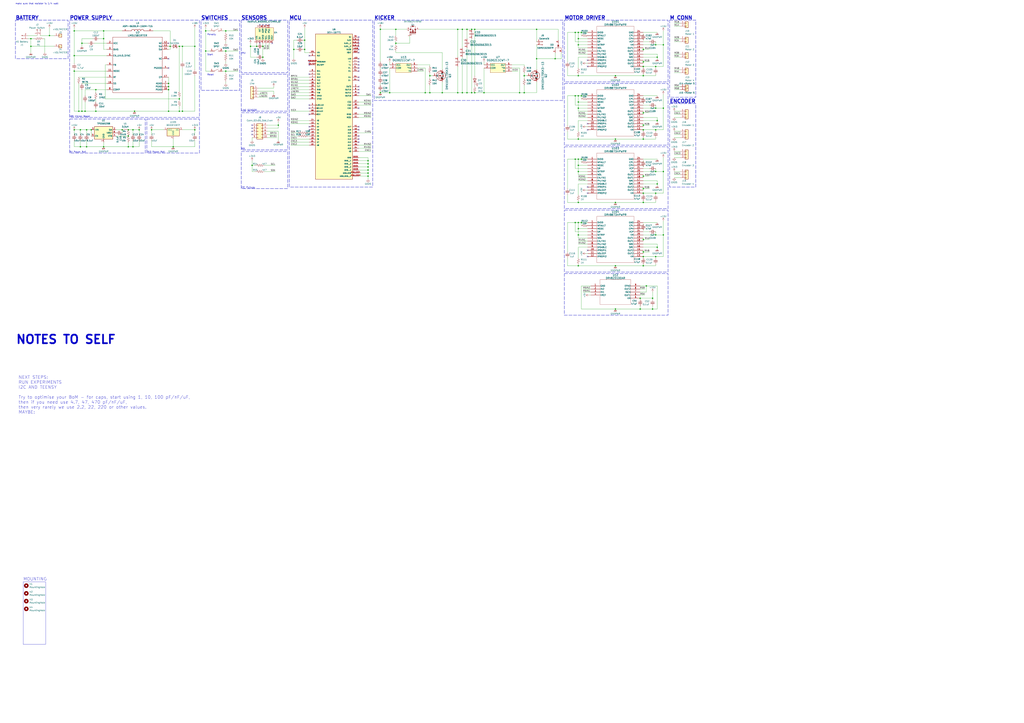
<source format=kicad_sch>
(kicad_sch (version 20231120) (generator "eeschema") (generator_version "8.0")
  (paper "A1")
  (title_block (title "LINE 3.0 PCB") (date "2023-09-02") (rev "3.0") (company "Team Silverback"))
  (junction (at 60.96 25.4))
  (junction (at 185.42 58.42))
  (junction (at 528.32 62.23))
  (junction (at 528.32 196.85))
  (junction (at 528.32 54.61))
  (junction (at 474.98 88.9))
  (junction (at 472.44 78.74))
  (junction (at 474.98 182.88))
  (junction (at 69.85 91.44))
  (junction (at 477.52 130.81))
  (junction (at 210.82 38.1))
  (junction (at 474.98 83.82))
  (junction (at 353.06 62.23))
  (junction (at 168.91 25.4))
  (junction (at 320.04 76.2))
  (junction (at 383.54 24.13))
  (junction (at 538.48 88.9))
  (junction (at 528.32 50.8))
  (junction (at 474.98 166.37))
  (junction (at 25.4 31.75))
  (junction (at 528.32 154.94))
  (junction (at 349.25 76.2))
  (junction (at 544.83 88.9))
  (junction (at 530.86 234.95))
  (junction (at 474.98 130.81))
  (junction (at 426.72 76.2))
  (junction (at 383.54 76.2))
  (junction (at 138.43 71.12))
  (junction (at 215.9 46.99))
  (junction (at 66.04 120.65))
  (junction (at 528.32 218.44))
  (junction (at 528.32 158.75))
  (junction (at 149.86 38.1))
  (junction (at 85.09 25.4))
  (junction (at 535.94 245.11))
  (junction (at 215.9 38.1))
  (junction (at 205.74 38.1))
  (junction (at 302.26 132.08))
  (junction (at 302.26 134.62))
  (junction (at 397.51 76.2))
  (junction (at 538.48 210.82))
  (junction (at 168.91 41.91))
  (junction (at 440.69 24.13))
  (junction (at 535.94 254))
  (junction (at 387.35 24.13))
  (junction (at 250.19 33.02))
  (junction (at 472.44 182.88))
  (junction (at 474.98 26.67))
  (junction (at 147.32 91.44))
  (junction (at 147.32 38.1))
  (junction (at 430.53 62.23))
  (junction (at 105.41 111.76))
  (junction (at 389.89 24.13))
  (junction (at 387.35 76.2))
  (junction (at 71.12 120.65))
  (junction (at 71.12 106.68))
  (junction (at 142.24 120.65))
  (junction (at 160.02 38.1))
  (junction (at 389.89 76.2))
  (junction (at 528.32 92.71))
  (junction (at 105.41 106.68))
  (junction (at 474.98 135.89))
  (junction (at 539.75 151.13))
  (junction (at 375.92 76.2))
  (junction (at 474.98 62.23))
  (junction (at 505.46 62.23))
  (junction (at 114.3 106.68))
  (junction (at 353.06 76.2))
  (junction (at 138.43 73.66))
  (junction (at 505.46 166.37))
  (junction (at 474.98 114.3))
  (junction (at 544.83 36.83))
  (junction (at 430.53 76.2))
  (junction (at 207.01 135.89))
  (junction (at 64.77 91.44))
  (junction (at 325.12 24.13))
  (junction (at 528.32 114.3))
  (junction (at 85.09 31.75))
  (junction (at 312.42 24.13))
  (junction (at 379.73 76.2))
  (junction (at 477.52 78.74))
  (junction (at 60.96 58.42))
  (junction (at 241.3 40.64))
  (junction (at 109.22 120.65))
  (junction (at 505.46 114.3))
  (junction (at 528.32 102.87))
  (junction (at 455.93 48.26))
  (junction (at 474.98 36.83))
  (junction (at 100.33 106.68))
  (junction (at 228.6 102.87))
  (junction (at 538.48 193.04))
  (junction (at 440.69 48.26))
  (junction (at 149.86 91.44))
  (junction (at 505.46 254))
  (junction (at 538.48 36.83))
  (junction (at 505.46 218.44))
  (junction (at 25.4 38.1))
  (junction (at 528.32 166.37))
  (junction (at 539.75 203.2))
  (junction (at 474.98 78.74))
  (junction (at 60.96 106.68))
  (junction (at 528.32 40.64))
  (junction (at 312.42 76.2))
  (junction (at 139.7 38.1))
  (junction (at 538.48 158.75))
  (junction (at 379.73 24.13))
  (junction (at 477.52 26.67))
  (junction (at 85.09 120.65))
  (junction (at 302.26 144.78))
  (junction (at 525.78 245.11))
  (junction (at 538.48 106.68))
  (junction (at 528.32 144.78))
  (junction (at 185.42 25.4))
  (junction (at 302.26 137.16))
  (junction (at 474.98 218.44))
  (junction (at 147.32 81.28))
  (junction (at 138.43 68.58))
  (junction (at 105.41 120.65))
  (junction (at 538.48 140.97))
  (junction (at 302.26 142.24))
  (junction (at 375.92 24.13))
  (junction (at 185.42 41.91))
  (junction (at 78.74 91.44))
  (junction (at 67.31 91.44))
  (junction (at 528.32 210.82))
  (junction (at 67.31 35.56))
  (junction (at 528.32 207.01))
  (junction (at 472.44 26.67))
  (junction (at 138.43 91.44))
  (junction (at 74.93 106.68))
  (junction (at 250.19 40.64))
  (junction (at 60.96 45.72))
  (junction (at 66.04 106.68))
  (junction (at 302.26 139.7))
  (junction (at 528.32 106.68))
  (junction (at 477.52 182.88))
  (junction (at 160.02 106.68))
  (junction (at 78.74 73.66))
  (junction (at 544.83 140.97))
  (junction (at 474.98 193.04))
  (junction (at 325.12 35.56))
  (junction (at 109.22 106.68))
  (junction (at 40.64 29.21))
  (junction (at 539.75 99.06))
  (junction (at 525.78 254))
  (junction (at 363.22 76.2))
  (junction (at 110.49 91.44))
  (junction (at 124.46 106.68))
  (junction (at 474.98 140.97))
  (junction (at 538.48 54.61))
  (junction (at 474.98 31.75))
  (junction (at 544.83 193.04))
  (junction (at 539.75 46.99))
  (junction (at 474.98 187.96))
  (junction (at 472.44 130.81))
  (no_connect (at 254 86.36))
  (no_connect (at 294.64 76.2))
  (no_connect (at 207.01 105.41))
  (no_connect (at 482.6 210.82))
  (no_connect (at 294.64 116.84))
  (no_connect (at 223.52 35.56))
  (no_connect (at 482.6 158.75))
  (no_connect (at 294.64 88.9))
  (no_connect (at 294.64 73.66))
  (no_connect (at 138.43 35.56))
  (no_connect (at 294.64 106.68))
  (no_connect (at 294.64 40.64))
  (no_connect (at 294.64 43.18))
  (no_connect (at 254 106.68))
  (no_connect (at 294.64 71.12))
  (no_connect (at 482.6 54.61))
  (no_connect (at 254 50.8))
  (no_connect (at 294.64 104.14))
  (no_connect (at 294.64 38.1))
  (no_connect (at 294.64 33.02))
  (no_connect (at 482.6 101.6))
  (no_connect (at 213.36 20.32))
  (no_connect (at 294.64 58.42))
  (no_connect (at 294.64 30.48))
  (no_connect (at 294.64 53.34))
  (no_connect (at 482.6 153.67))
  (no_connect (at 254 93.98))
  (no_connect (at 482.6 205.74))
  (no_connect (at 294.64 35.56))
  (no_connect (at 294.64 66.04))
  (no_connect (at 294.64 50.8))
  (no_connect (at 254 45.72))
  (no_connect (at 207.01 110.49))
  (no_connect (at 213.36 35.56))
  (no_connect (at 254 53.34))
  (no_connect (at 294.64 48.26))
  (no_connect (at 218.44 20.32))
  (no_connect (at 138.43 48.26))
  (no_connect (at 254 88.9))
  (no_connect (at 207.01 107.95))
  (no_connect (at 220.98 20.32))
  (no_connect (at 215.9 20.32))
  (no_connect (at 294.64 63.5))
  (no_connect (at 294.64 55.88))
  (no_connect (at 207.01 102.87))
  (no_connect (at 254 60.96))
  (no_connect (at 482.6 49.53))
  (no_connect (at 294.64 114.3))
  (no_connect (at 138.43 55.88))
  (no_connect (at 294.64 111.76))
  (no_connect (at 254 104.14))
  (no_connect (at 482.6 106.68))
  (wire (pts (xy 69.85 83.82) (xy 69.85 91.44)))
  (wire (pts (xy 528.32 210.82) (xy 538.48 210.82)))
  (wire (pts (xy 375.92 76.2) (xy 363.22 76.2)))
  (wire (pts (xy 472.44 26.67) (xy 472.44 34.29)))
  (wire (pts (xy 389.89 69.85) (xy 389.89 71.12)))
  (wire (pts (xy 60.96 25.4) (xy 85.09 25.4)))
  (wire (pts (xy 474.98 83.82) (xy 474.98 88.9)))
  (wire (pts (xy 528.32 196.85) (xy 528.32 198.12)))
  (wire (pts (xy 553.72 140.97) (xy 558.8 140.97)))
  (wire (pts (xy 528.32 88.9) (xy 538.48 88.9)))
  (wire (pts (xy 482.6 203.2) (xy 474.98 203.2)))
  (wire (pts (xy 528.32 189.23) (xy 528.32 187.96)))
  (wire (pts (xy 69.85 73.66) (xy 69.85 78.74)))
  (wire (pts (xy 528.32 212.09) (xy 528.32 210.82)))
  (wire (pts (xy 474.98 182.88) (xy 474.98 187.96)))
  (wire (pts (xy 525.78 234.95) (xy 530.86 234.95)))
  (wire (pts (xy 474.98 198.12) (xy 482.6 198.12)))
  (wire (pts (xy 160.02 22.86) (xy 160.02 38.1)))
  (wire (pts (xy 207.01 115.57) (xy 207.01 113.03)))
  (wire (pts (xy 529.59 237.49) (xy 525.78 237.49)))
  (wire (pts (xy 528.32 50.8) (xy 528.32 52.07)))
  (wire (pts (xy 22.86 31.75) (xy 25.4 31.75)))
  (wire (pts (xy 528.32 26.67) (xy 539.75 26.67)))
  (wire (pts (xy 474.98 93.98) (xy 482.6 93.98)))
  (wire (pts (xy 466.09 55.88) (xy 466.09 62.23)))
  (wire (pts (xy 224.79 71.12) (xy 224.79 72.39)))
  (wire (pts (xy 363.22 67.31) (xy 363.22 76.2)))
  (wire (pts (xy 440.69 36.83) (xy 440.69 48.26)))
  (wire (pts (xy 474.98 62.23) (xy 505.46 62.23)))
  (wire (pts (xy 472.44 130.81) (xy 474.98 130.81)))
  (wire (pts (xy 138.43 71.12) (xy 138.43 73.66)))
  (wire (pts (xy 40.64 22.86) (xy 40.64 29.21)))
  (wire (pts (xy 312.42 62.23) (xy 312.42 63.5)))
  (wire (pts (xy 109.22 115.57) (xy 109.22 120.65)))
  (wire (pts (xy 205.74 35.56) (xy 205.74 38.1)))
  (wire (pts (xy 142.24 120.65) (xy 160.02 120.65)))
  (wire (pts (xy 558.8 21.59) (xy 553.72 21.59)))
  (wire (pts (xy 379.73 24.13) (xy 383.54 24.13)))
  (wire (pts (xy 215.9 38.1) (xy 215.9 46.99)))
  (wire (pts (xy 344.17 24.13) (xy 375.92 24.13)))
  (wire (pts (xy 466.09 26.67) (xy 472.44 26.67)))
  (wire (pts (xy 528.32 29.21) (xy 528.32 27.94)))
  (wire (pts (xy 114.3 106.68) (xy 114.3 110.49)))
  (wire (pts (xy 375.92 24.13) (xy 375.92 46.99)))
  (wire (pts (xy 147.32 91.44) (xy 138.43 91.44)))
  (wire (pts (xy 474.98 78.74) (xy 477.52 78.74)))
  (wire (pts (xy 539.75 151.13) (xy 539.75 152.4)))
  (wire (pts (xy 525.78 246.38) (xy 525.78 245.11)))
  (wire (pts (xy 325.12 41.91) (xy 325.12 43.18)))
  (wire (pts (xy 528.32 60.96) (xy 528.32 62.23)))
  (wire (pts (xy 426.72 76.2) (xy 430.53 76.2)))
  (wire (pts (xy 60.96 120.65) (xy 60.96 115.57)))
  (wire (pts (xy 544.83 158.75) (xy 544.83 140.97)))
  (wire (pts (xy 539.75 99.06) (xy 539.75 100.33)))
  (wire (pts (xy 379.73 76.2) (xy 383.54 76.2)))
  (wire (pts (xy 320.04 76.2) (xy 312.42 76.2)))
  (wire (pts (xy 539.75 46.99) (xy 539.75 48.26)))
  (wire (pts (xy 505.46 114.3) (xy 528.32 114.3)))
  (wire (pts (xy 528.32 207.01) (xy 533.4 207.01)))
  (wire (pts (xy 185.42 41.91) (xy 195.58 41.91)))
  (wire (pts (xy 474.98 46.99) (xy 474.98 55.88)))
  (wire (pts (xy 528.32 49.53) (xy 528.32 50.8)))
  (wire (pts (xy 538.48 140.97) (xy 544.83 140.97)))
  (wire (pts (xy 219.71 77.47) (xy 212.09 77.47)))
  (wire (pts (xy 538.48 193.04) (xy 544.83 193.04)))
  (wire (pts (xy 139.7 25.4) (xy 139.7 38.1)))
  (wire (pts (xy 147.32 38.1) (xy 149.86 38.1)))
  (wire (pts (xy 60.96 57.15) (xy 60.96 58.42)))
  (wire (pts (xy 185.42 50.8) (xy 185.42 52.07)))
  (wire (pts (xy 149.86 106.68) (xy 160.02 106.68)))
  (wire (pts (xy 528.32 138.43) (xy 533.4 138.43)))
  (wire (pts (xy 109.22 106.68) (xy 114.3 106.68)))
  (wire (pts (xy 535.94 251.46) (xy 535.94 254)))
  (wire (pts (xy 86.36 81.28) (xy 147.32 81.28)))
  (wire (pts (xy 302.26 132.08) (xy 302.26 134.62)))
  (wire (pts (xy 538.48 55.88) (xy 538.48 54.61)))
  (wire (pts (xy 78.74 81.28) (xy 78.74 83.82)))
  (wire (pts (xy 482.6 140.97) (xy 474.98 140.97)))
  (wire (pts (xy 538.48 106.68) (xy 544.83 106.68)))
  (wire (pts (xy 320.04 55.88) (xy 320.04 76.2)))
  (wire (pts (xy 147.32 87.63) (xy 147.32 91.44)))
  (wire (pts (xy 139.7 38.1) (xy 138.43 38.1)))
  (wire (pts (xy 238.76 68.58) (xy 254 68.58)))
  (wire (pts (xy 440.69 24.13) (xy 458.47 24.13)))
  (wire (pts (xy 64.77 63.5) (xy 87.63 63.5)))
  (wire (pts (xy 85.09 40.64) (xy 87.63 40.64)))
  (wire (pts (xy 375.92 54.61) (xy 375.92 76.2)))
  (wire (pts (xy 466.09 182.88) (xy 466.09 207.01)))
  (wire (pts (xy 325.12 35.56) (xy 325.12 36.83)))
  (wire (pts (xy 238.76 109.22) (xy 245.11 109.22)))
  (wire (pts (xy 379.73 24.13) (xy 379.73 39.37)))
  (wire (pts (xy 138.43 68.58) (xy 138.43 71.12)))
  (wire (pts (xy 528.32 190.5) (xy 533.4 190.5)))
  (wire (pts (xy 528.32 36.83) (xy 538.48 36.83)))
  (wire (pts (xy 325.12 43.18) (xy 363.22 43.18)))
  (wire (pts (xy 553.72 93.98) (xy 558.8 93.98)))
  (wire (pts (xy 528.32 85.09) (xy 528.32 83.82)))
  (wire (pts (xy 528.32 34.29) (xy 533.4 34.29)))
  (wire (pts (xy 209.55 135.89) (xy 207.01 135.89)))
  (wire (pts (xy 553.72 124.46) (xy 558.8 124.46)))
  (wire (pts (xy 248.92 33.02) (xy 250.19 33.02)))
  (wire (pts (xy 294.64 129.54) (xy 302.26 129.54)))
  (wire (pts (xy 228.6 105.41) (xy 228.6 102.87)))
  (wire (pts (xy 535.94 254) (xy 539.75 254)))
  (wire (pts (xy 71.12 115.57) (xy 71.12 120.65)))
  (wire (pts (xy 383.54 76.2) (xy 387.35 76.2)))
  (wire (pts (xy 505.46 166.37) (xy 528.32 166.37)))
  (wire (pts (xy 36.83 31.75) (xy 36.83 43.18)))
  (wire (pts (xy 538.48 86.36) (xy 538.48 88.9)))
  (wire (pts (xy 160.02 91.44) (xy 149.86 91.44)))
  (wire (pts (xy 558.8 57.15) (xy 553.72 57.15)))
  (wire (pts (xy 553.72 91.44) (xy 558.8 91.44)))
  (wire (pts (xy 95.25 111.76) (xy 105.41 111.76)))
  (wire (pts (xy 219.71 102.87) (xy 228.6 102.87)))
  (wire (pts (xy 553.72 107.95) (xy 558.8 107.95)))
  (wire (pts (xy 227.33 113.03) (xy 219.71 113.03)))
  (wire (pts (xy 474.98 114.3) (xy 505.46 114.3)))
  (wire (pts (xy 528.32 185.42) (xy 528.32 184.15)))
  (wire (pts (xy 466.09 218.44) (xy 474.98 218.44)))
  (wire (pts (xy 238.76 81.28) (xy 254 81.28)))
  (wire (pts (xy 538.48 160.02) (xy 538.48 158.75)))
  (wire (pts (xy 477.52 130.81) (xy 477.52 133.35)))
  (wire (pts (xy 553.72 96.52) (xy 558.8 96.52)))
  (wire (pts (xy 474.98 146.05) (xy 482.6 146.05)))
  (wire (pts (xy 553.72 127) (xy 558.8 127)))
  (wire (pts (xy 539.75 96.52) (xy 539.75 99.06)))
  (wire (pts (xy 147.32 81.28) (xy 147.32 82.55)))
  (wire (pts (xy 482.6 143.51) (xy 474.98 143.51)))
  (wire (pts (xy 383.54 39.37) (xy 383.54 76.2)))
  (wire (pts (xy 477.52 78.74) (xy 477.52 81.28)))
  (wire (pts (xy 538.48 114.3) (xy 538.48 113.03)))
  (wire (pts (xy 124.46 120.65) (xy 124.46 115.57)))
  (wire (pts (xy 302.26 137.16) (xy 302.26 139.7)))
  (wire (pts (xy 474.98 130.81) (xy 474.98 135.89)))
  (wire (pts (xy 482.6 193.04) (xy 474.98 193.04)))
  (wire (pts (xy 466.09 107.95) (xy 466.09 114.3)))
  (wire (pts (xy 66.04 106.68) (xy 71.12 106.68)))
  (wire (pts (xy 67.31 38.1) (xy 67.31 35.56)))
  (wire (pts (xy 474.98 96.52) (xy 482.6 96.52)))
  (wire (pts (xy 138.43 73.66) (xy 138.43 91.44)))
  (wire (pts (xy 105.41 120.65) (xy 109.22 120.65)))
  (wire (pts (xy 528.32 205.74) (xy 528.32 207.01)))
  (wire (pts (xy 482.6 91.44) (xy 474.98 91.44)))
  (wire (pts (xy 528.32 203.2) (xy 539.75 203.2)))
  (wire (pts (xy 538.48 218.44) (xy 538.48 217.17)))
  (wire (pts (xy 387.35 76.2) (xy 389.89 76.2)))
  (wire (pts (xy 312.42 24.13) (xy 312.42 50.8)))
  (wire (pts (xy 528.32 165.1) (xy 528.32 166.37)))
  (wire (pts (xy 482.6 31.75) (xy 474.98 31.75)))
  (wire (pts (xy 553.72 143.51) (xy 558.8 143.51)))
  (wire (pts (xy 474.98 195.58) (xy 474.98 193.04)))
  (wire (pts (xy 528.32 114.3) (xy 538.48 114.3)))
  (wire (pts (xy 254 119.38) (xy 238.76 119.38)))
  (wire (pts (xy 539.75 203.2) (xy 539.75 204.47)))
  (wire (pts (xy 538.48 107.95) (xy 538.48 106.68)))
  (wire (pts (xy 138.43 91.44) (xy 110.49 91.44)))
  (wire (pts (xy 353.06 59.69) (xy 353.06 62.23)))
  (wire (pts (xy 474.98 114.3) (xy 474.98 113.03)))
  (wire (pts (xy 558.8 73.66) (xy 553.72 73.66)))
  (wire (pts (xy 477.52 26.67) (xy 482.6 26.67)))
  (wire (pts (xy 294.64 78.74) (xy 304.8 78.74)))
  (wire (pts (xy 528.32 218.44) (xy 538.48 218.44)))
  (wire (pts (xy 353.06 53.34) (xy 353.06 54.61)))
  (wire (pts (xy 474.98 203.2) (xy 474.98 212.09)))
  (wire (pts (xy 477.52 182.88) (xy 477.52 185.42)))
  (wire (pts (xy 294.64 137.16) (xy 302.26 137.16)))
  (wire (pts (xy 474.98 187.96) (xy 474.98 193.04)))
  (wire (pts (xy 466.09 130.81) (xy 472.44 130.81)))
  (wire (pts (xy 228.6 107.95) (xy 219.71 107.95)))
  (wire (pts (xy 528.32 182.88) (xy 539.75 182.88)))
  (wire (pts (xy 466.09 78.74) (xy 466.09 102.87)))
  (wire (pts (xy 294.64 139.7) (xy 302.26 139.7)))
  (wire (pts (xy 538.48 34.29) (xy 538.48 36.83)))
  (wire (pts (xy 185.42 58.42) (xy 195.58 58.42)))
  (wire (pts (xy 72.39 35.56) (xy 67.31 35.56)))
  (wire (pts (xy 474.98 91.44) (xy 474.98 88.9)))
  (wire (pts (xy 466.09 26.67) (xy 466.09 50.8)))
  (wire (pts (xy 528.32 137.16) (xy 528.32 135.89)))
  (wire (pts (xy 558.8 71.12) (xy 553.72 71.12)))
  (wire (pts (xy 528.32 92.71) (xy 533.4 92.71)))
  (wire (pts (xy 455.93 43.434) (xy 455.93 48.26)))
  (wire (pts (xy 483.87 242.57) (xy 485.14 242.57)))
  (wire (pts (xy 220.98 40.64) (xy 220.98 35.56)))
  (wire (pts (xy 430.53 64.77) (xy 430.53 62.23)))
  (wire (pts (xy 544.83 129.54) (xy 544.83 140.97)))
  (wire (pts (xy 168.91 41.91) (xy 172.72 41.91)))
  (wire (pts (xy 238.76 114.3) (xy 254 114.3)))
  (wire (pts (xy 538.48 212.09) (xy 538.48 210.82)))
  (wire (pts (xy 238.76 63.5) (xy 254 63.5)))
  (wire (pts (xy 33.02 29.21) (xy 40.64 29.21)))
  (wire (pts (xy 302.26 134.62) (xy 302.26 137.16)))
  (wire (pts (xy 482.6 99.06) (xy 474.98 99.06)))
  (wire (pts (xy 71.12 120.65) (xy 85.09 120.65)))
  (wire (pts (xy 558.8 59.69) (xy 553.72 59.69)))
  (wire (pts (xy 482.6 195.58) (xy 474.98 195.58)))
  (wire (pts (xy 302.26 142.24) (xy 302.26 144.78)))
  (wire (pts (xy 100.33 109.22) (xy 100.33 106.68)))
  (wire (pts (xy 160.02 62.23) (xy 160.02 91.44)))
  (wire (pts (xy 477.52 182.88) (xy 482.6 182.88)))
  (wire (pts (xy 238.76 73.66) (xy 254 73.66)))
  (wire (pts (xy 67.31 31.75) (xy 67.31 35.56)))
  (wire (pts (xy 478.79 237.49) (xy 485.14 237.49)))
  (wire (pts (xy 349.25 55.88) (xy 349.25 76.2)))
  (wire (pts (xy 205.74 46.99) (xy 205.74 38.1)))
  (wire (pts (xy 474.98 39.37) (xy 474.98 36.83)))
  (wire (pts (xy 472.44 138.43) (xy 482.6 138.43)))
  (wire (pts (xy 472.44 130.81) (xy 472.44 138.43)))
  (wire (pts (xy 420.37 53.34) (xy 430.53 53.34)))
  (wire (pts (xy 558.8 46.99) (xy 553.72 46.99)))
  (wire (pts (xy 224.79 74.93) (xy 212.09 74.93)))
  (wire (pts (xy 336.55 35.56) (xy 325.12 35.56)))
  (wire (pts (xy 525.78 254) (xy 535.94 254)))
  (wire (pts (xy 525.78 240.03) (xy 530.86 240.03)))
  (wire (pts (xy 294.64 142.24) (xy 302.26 142.24)))
  (wire (pts (xy 482.6 135.89) (xy 474.98 135.89)))
  (wire (pts (xy 40.64 29.21) (xy 44.45 29.21)))
  (wire (pts (xy 528.32 78.74) (xy 539.75 78.74)))
  (wire (pts (xy 426.72 55.88) (xy 426.72 76.2)))
  (wire (pts (xy 294.64 93.98) (xy 304.8 93.98)))
  (wire (pts (xy 472.44 190.5) (xy 482.6 190.5)))
  (wire (pts (xy 528.32 151.13) (xy 539.75 151.13)))
  (wire (pts (xy 60.96 91.44) (xy 64.77 91.44)))
  (wire (pts (xy 64.77 91.44) (xy 67.31 91.44)))
  (wire (pts (xy 77.47 35.56) (xy 87.63 35.56)))
  (wire (pts (xy 474.98 200.66) (xy 482.6 200.66)))
  (wire (pts (xy 474.98 41.91) (xy 482.6 41.91)))
  (wire (pts (xy 466.09 78.74) (xy 472.44 78.74)))
  (wire (pts (xy 477.52 234.95) (xy 477.52 254)))
  (wire (pts (xy 379.73 46.99) (xy 379.73 76.2)))
  (wire (pts (xy 149.86 38.1) (xy 160.02 38.1)))
  (wire (pts (xy 238.76 101.6) (xy 254 101.6)))
  (wire (pts (xy 294.64 119.38) (xy 304.8 119.38)))
  (wire (pts (xy 474.98 99.06) (xy 474.98 107.95)))
  (wire (pts (xy 66.04 115.57) (xy 66.04 120.65)))
  (wire (pts (xy 430.53 62.23) (xy 433.07 62.23)))
  (wire (pts (xy 109.22 106.68) (xy 109.22 110.49)))
  (wire (pts (xy 389.89 24.13) (xy 440.69 24.13)))
  (wire (pts (xy 474.98 218.44) (xy 474.98 217.17)))
  (wire (pts (xy 302.26 129.54) (xy 302.26 132.08)))
  (wire (pts (xy 60.96 58.42) (xy 60.96 91.44)))
  (wire (pts (xy 379.73 76.2) (xy 375.92 76.2)))
  (wire (pts (xy 482.6 104.14) (xy 481.33 104.14)))
  (wire (pts (xy 528.32 207.01) (xy 528.32 208.28)))
  (wire (pts (xy 124.46 120.65) (xy 142.24 120.65)))
  (wire (pts (xy 66.04 110.49) (xy 66.04 106.68)))
  (wire (pts (xy 182.88 58.42) (xy 185.42 58.42)))
  (wire (pts (xy 528.32 140.97) (xy 538.48 140.97)))
  (wire (pts (xy 312.42 74.93) (xy 312.42 76.2)))
  (wire (pts (xy 466.09 166.37) (xy 474.98 166.37)))
  (wire (pts (xy 353.06 62.23) (xy 355.6 62.23)))
  (wire (pts (xy 538.48 210.82) (xy 544.83 210.82)))
  (wire (pts (xy 185.42 43.18) (xy 185.42 41.91)))
  (wire (pts (xy 66.04 106.68) (xy 60.96 106.68)))
  (wire (pts (xy 139.7 40.64) (xy 139.7 38.1)))
  (wire (pts (xy 60.96 110.49) (xy 60.96 106.68)))
  (wire (pts (xy 472.44 78.74) (xy 472.44 86.36)))
  (wire (pts (xy 553.72 146.05) (xy 558.8 146.05)))
  (wire (pts (xy 535.94 246.38) (xy 535.94 245.11)))
  (wire (pts (xy 528.32 33.02) (xy 528.32 31.75)))
  (wire (pts (xy 210.82 38.1) (xy 205.74 38.1)))
  (wire (pts (xy 252.73 111.76) (xy 254 111.76)))
  (wire (pts (xy 250.19 33.02) (xy 250.19 40.64)))
  (wire (pts (xy 389.89 24.13) (xy 389.89 62.23)))
  (wire (pts (xy 312.42 24.13) (xy 325.12 24.13)))
  (wire (pts (xy 85.09 120.65) (xy 85.09 116.84)))
  (wire (pts (xy 474.98 166.37) (xy 474.98 165.1)))
  (wire (pts (xy 430.53 69.85) (xy 430.53 76.2)))
  (wire (pts (xy 528.32 46.99) (xy 539.75 46.99)))
  (wire (pts (xy 472.44 78.74) (xy 474.98 78.74)))
  (wire (pts (xy 482.6 46.99) (xy 474.98 46.99)))
  (wire (pts (xy 78.74 73.66) (xy 87.63 73.66)))
  (wire (pts (xy 25.4 38.1) (xy 44.45 38.1)))
  (wire (pts (xy 138.43 40.64) (xy 139.7 40.64)))
  (wire (pts (xy 482.6 36.83) (xy 474.98 36.83)))
  (wire (pts (xy 67.31 91.44) (xy 69.85 91.44)))
  (wire (pts (xy 525.78 251.46) (xy 525.78 254)))
  (wire (pts (xy 125.73 25.4) (xy 139.7 25.4)))
  (wire (pts (xy 528.32 217.17) (xy 528.32 218.44)))
  (wire (pts (xy 528.32 102.87) (xy 533.4 102.87)))
  (wire (pts (xy 243.84 40.64) (xy 241.3 40.64)))
  (wire (pts (xy 538.48 36.83) (xy 544.83 36.83)))
  (wire (pts (xy 528.32 200.66) (xy 539.75 200.66)))
  (wire (pts (xy 389.89 76.2) (xy 397.51 76.2)))
  (wire (pts (xy 342.9 55.88) (xy 349.25 55.88)))
  (wire (pts (xy 535.94 240.03) (xy 535.94 245.11)))
  (wire (pts (xy 250.19 40.64) (xy 250.19 43.18)))
  (wire (pts (xy 71.12 106.68) (xy 74.93 106.68)))
  (wire (pts (xy 294.64 109.22) (xy 304.8 109.22)))
  (wire (pts (xy 440.69 48.26) (xy 455.93 48.26)))
  (wire (pts (xy 397.51 55.88) (xy 397.51 76.2)))
  (wire (pts (xy 312.42 24.13) (xy 312.42 22.86)))
  (wire (pts (xy 78.74 76.2) (xy 78.74 73.66)))
  (wire (pts (xy 477.52 26.67) (xy 477.52 29.21)))
  (wire (pts (xy 74.93 111.76) (xy 74.93 106.68)))
  (wire (pts (xy 342.9 58.42) (xy 347.98 58.42)))
  (wire (pts (xy 294.64 121.92) (xy 304.8 121.92)))
  (wire (pts (xy 207.01 135.89) (xy 207.01 140.97)))
  (wire (pts (xy 241.3 40.64) (xy 241.3 48.26)))
  (wire (pts (xy 160.02 38.1) (xy 160.02 57.15)))
  (wire (pts (xy 22.86 29.21) (xy 30.48 29.21)))
  (wire (pts (xy 160.02 106.68) (xy 160.02 110.49)))
  (wire (pts (xy 466.09 212.09) (xy 466.09 218.44)))
  (wire (pts (xy 528.32 86.36) (xy 533.4 86.36)))
  (wire (pts (xy 325.12 29.21) (xy 325.12 24.13)))
  (wire (pts (xy 530.86 234.95) (xy 539.75 234.95)))
  (wire (pts (xy 78.74 88.9) (xy 78.74 91.44)))
  (wire (pts (xy 149.86 38.1) (xy 149.86 50.8)))
  (wire (pts (xy 149.86 91.44) (xy 147.32 91.44)))
  (wire (pts (xy 466.09 62.23) (xy 474.98 62.23)))
  (wire (pts (xy 85.09 25.4) (xy 100.33 25.4)))
  (wire (pts (xy 472.44 182.88) (xy 472.44 190.5)))
  (wire (pts (xy 71.12 110.49) (xy 71.12 106.68)))
  (wire (pts (xy 87.63 53.34) (xy 86.36 53.34)))
  (wire (pts (xy 544.83 181.61) (xy 544.83 193.04)))
  (wire (pts (xy 397.51 76.2) (xy 426.72 76.2)))
  (wire (pts (xy 168.91 58.42) (xy 168.91 41.91)))
  (wire (pts (xy 320.04 50.8) (xy 320.04 53.34)))
  (wire (pts (xy 505.46 218.44) (xy 528.32 218.44)))
  (wire (pts (xy 477.52 130.81) (xy 482.6 130.81)))
  (wire (pts (xy 528.32 92.71) (xy 528.32 93.98)))
  (wire (pts (xy 238.76 111.76) (xy 245.11 111.76)))
  (wire (pts (xy 505.46 254) (xy 525.78 254)))
  (wire (pts (xy 558.8 34.29) (xy 553.72 34.29)))
  (wire (pts (xy 185.42 59.69) (xy 185.42 58.42)))
  (wire (pts (xy 528.32 133.35) (xy 528.32 132.08)))
  (wire (pts (xy 528.32 99.06) (xy 539.75 99.06)))
  (wire (pts (xy 312.42 55.88) (xy 312.42 57.15)))
  (wire (pts (xy 294.64 144.78) (xy 302.26 144.78)))
  (wire (pts (xy 553.72 129.54) (xy 558.8 129.54)))
  (wire (pts (xy 86.36 53.34) (xy 86.36 81.28)))
  (wire (pts (xy 172.72 58.42) (xy 168.91 58.42)))
  (wire (pts (xy 69.85 91.44) (xy 78.74 91.44)))
  (wire (pts (xy 25.4 38.1) (xy 25.4 43.18)))
  (wire (pts (xy 538.48 190.5) (xy 538.48 193.04)))
  (wire (pts (xy 302.26 144.78) (xy 302.26 147.32)))
  (wire (pts (xy 482.6 187.96) (xy 474.98 187.96)))
  (wire (pts (xy 474.98 166.37) (xy 505.46 166.37)))
  (wire (pts (xy 114.3 115.57) (xy 114.3 120.65)))
  (wire (pts (xy 420.37 58.42) (xy 425.45 58.42)))
  (wire (pts (xy 375.92 24.13) (xy 379.73 24.13)))
  (wire (pts (xy 397.51 50.8) (xy 397.51 53.34)))
  (wire (pts (xy 538.48 138.43) (xy 538.48 140.97)))
  (wire (pts (xy 420.37 55.88) (xy 426.72 55.88)))
  (wire (pts (xy 212.09 72.39) (xy 224.79 72.39)))
  (wire (pts (xy 528.32 62.23) (xy 538.48 62.23)))
  (wire (pts (xy 528.32 148.59) (xy 539.75 148.59)))
  (wire (pts (xy 185.42 34.29) (xy 185.42 35.56)))
  (wire (pts (xy 474.98 151.13) (xy 474.98 160.02)))
  (wire (pts (xy 320.04 76.2) (xy 349.25 76.2)))
  (wire (pts (xy 466.09 182.88) (xy 472.44 182.88)))
  (wire (pts (xy 60.96 45.72) (xy 60.96 52.07)))
  (wire (pts (xy 538.48 62.23) (xy 538.48 60.96)))
  (wire (pts (xy 95.25 106.68) (xy 100.33 106.68)))
  (wire (pts (xy 207.01 132.08) (xy 207.01 135.89)))
  (wire (pts (xy 325.12 34.29) (xy 325.12 35.56)))
  (wire (pts (xy 160.02 120.65) (xy 160.02 115.57)))
  (wire (pts (xy 294.64 124.46) (xy 304.8 124.46)))
  (wire (pts (xy 227.33 110.49) (xy 219.71 110.49)))
  (wire (pts (xy 66.04 120.65) (xy 71.12 120.65)))
  (wire (pts (xy 349.25 76.2) (xy 353.06 76.2)))
  (wire (pts (xy 472.44 34.29) (xy 482.6 34.29)))
  (wire (pts (xy 529.59 242.57) (xy 525.78 242.57)))
  (wire (pts (xy 325.12 24.13) (xy 334.01 24.13)))
  (wire (pts (xy 430.53 53.34) (xy 430.53 54.61)))
  (wire (pts (xy 466.09 114.3) (xy 474.98 114.3)))
  (wire (pts (xy 387.35 31.75) (xy 387.35 76.2)))
  (wire (pts (xy 336.55 29.21) (xy 336.55 35.56)))
  (wire (pts (xy 238.76 78.74) (xy 254 78.74)))
  (wire (pts (xy 250.19 22.86) (xy 250.19 33.02)))
  (wire (pts (xy 238.76 116.84) (xy 254 116.84)))
  (wire (pts (xy 528.32 50.8) (xy 533.4 50.8)))
  (wire (pts (xy 254 43.18) (xy 250.19 43.18)))
  (wire (pts (xy 387.35 24.13) (xy 389.89 24.13)))
  (wire (pts (xy 528.32 91.44) (xy 528.32 92.71)))
  (wire (pts (xy 485.14 234.95) (xy 477.52 234.95)))
  (wire (pts (xy 304.8 83.82) (xy 294.64 83.82)))
  (wire (pts (xy 528.32 107.95) (xy 528.32 106.68)))
  (wire (pts (xy 217.17 140.97) (xy 226.06 140.97)))
  (wire (pts (xy 544.83 54.61) (xy 544.83 36.83)))
  (wire (pts (xy 482.6 83.82) (xy 474.98 83.82)))
  (wire (pts (xy 528.32 40.64) (xy 533.4 40.64)))
  (wire (pts (xy 478.79 240.03) (xy 485.14 240.03)))
  (wire (pts (xy 528.32 195.58) (xy 528.32 196.85)))
  (wire (pts (xy 105.41 120.65) (xy 105.41 116.84)))
  (wire (pts (xy 528.32 166.37) (xy 538.48 166.37)))
  (wire (pts (xy 219.71 80.01) (xy 212.09 80.01)))
  (wire (pts (xy 528.32 96.52) (xy 539.75 96.52)))
  (wire (pts (xy 440.69 24.13) (xy 440.69 34.29)))
  (wire (pts (xy 85.09 31.75) (xy 85.09 40.64)))
  (wire (pts (xy 238.76 66.04) (xy 254 66.04)))
  (wire (pts (xy 25.4 31.75) (xy 25.4 38.1)))
  (wire (pts (xy 544.83 25.4) (xy 544.83 36.83)))
  (wire (pts (xy 69.85 73.66) (xy 78.74 73.66)))
  (wire (pts (xy 238.76 76.2) (xy 254 76.2)))
  (wire (pts (xy 218.44 40.64) (xy 218.44 35.56)))
  (wire (pts (xy 67.31 31.75) (xy 76.2 31.75)))
  (wire (pts (xy 558.8 19.05) (xy 553.72 19.05)))
  (wire (pts (xy 294.64 96.52) (xy 304.8 96.52)))
  (wire (pts (xy 528.32 158.75) (xy 538.48 158.75)))
  (wire (pts (xy 544.83 77.47) (xy 544.83 88.9)))
  (wire (pts (xy 210.82 46.99) (xy 205.74 46.99)))
  (wire (pts (xy 430.53 59.69) (xy 430.53 62.23)))
  (wire (pts (xy 528.32 144.78) (xy 528.32 146.05)))
  (wire (pts (xy 482.6 156.21) (xy 481.33 156.21)))
  (wire (pts (xy 60.96 45.72) (xy 60.96 25.4)))
  (wire (pts (xy 474.98 130.81) (xy 477.52 130.81)))
  (wire (pts (xy 238.76 91.44) (xy 254 91.44)))
  (wire (pts (xy 219.71 105.41) (xy 228.6 105.41)))
  (wire (pts (xy 312.42 68.58) (xy 312.42 69.85)))
  (wire (pts (xy 530.86 240.03) (xy 530.86 234.95)))
  (wire (pts (xy 353.06 76.2) (xy 363.22 76.2)))
  (wire (pts (xy 353.06 69.85) (xy 353.06 76.2)))
  (wire (pts (xy 528.32 39.37) (xy 528.32 40.64)))
  (wire (pts (xy 474.98 44.45) (xy 482.6 44.45)))
  (wire (pts (xy 474.98 148.59) (xy 482.6 148.59)))
  (wire (pts (xy 528.32 55.88) (xy 528.32 54.61)))
  (wire (pts (xy 539.75 234.95) (xy 539.75 254)))
  (wire (pts (xy 539.75 200.66) (xy 539.75 203.2)))
  (wire (pts (xy 78.74 91.44) (xy 110.49 91.44)))
  (wire (pts (xy 185.42 25.4) (xy 195.58 25.4)))
  (wire (pts (xy 147.32 38.1) (xy 147.32 74.93)))
  (wire (pts (xy 114.3 120.65) (xy 109.22 120.65)))
  (wire (pts (xy 238.76 99.06) (xy 254 99.06)))
  (wire (pts (xy 528.32 143.51) (xy 528.32 144.78)))
  (wire (pts (xy 430.53 76.2) (xy 440.69 76.2)))
  (wire (pts (xy 185.42 67.31) (xy 185.42 68.58)))
  (wire (pts (xy 528.32 193.04) (xy 538.48 193.04)))
  (wire (pts (xy 185.42 26.67) (xy 185.42 25.4)))
  (wire (pts (xy 138.43 63.5) (xy 138.43 68.58)))
  (wire (pts (xy 383.54 31.75) (xy 383.54 24.13)))
  (wire (pts (xy 477.52 78.74) (xy 482.6 78.74)))
  (wire (pts (xy 558.8 31.75) (xy 553.72 31.75)))
  (wire (pts (xy 528.32 54.61) (xy 538.48 54.61)))
  (wire (pts (xy 538.48 54.61) (xy 544.83 54.61)))
  (wire (pts (xy 461.01 43.18) (xy 461.01 48.26)))
  (wire (pts (xy 528.32 160.02) (xy 528.32 158.75)))
  (wire (pts (xy 67.31 68.58) (xy 87.63 68.58)))
  (wire (pts (xy 538.48 158.75) (xy 544.83 158.75)))
  (wire (pts (xy 472.44 26.67) (xy 474.98 26.67)))
  (wire (pts (xy 544.83 106.68) (xy 544.83 88.9)))
  (wire (pts (xy 474.98 182.88) (xy 477.52 182.88)))
  (wire (pts (xy 304.8 86.36) (xy 294.64 86.36)))
  (wire (pts (xy 294.64 134.62) (xy 302.26 134.62)))
  (wire (pts (xy 525.78 245.11) (xy 535.94 245.11)))
  (wire (pts (xy 294.64 132.08) (xy 302.26 132.08)))
  (wire (pts (xy 472.44 86.36) (xy 482.6 86.36)))
  (wire (pts (xy 85.09 120.65) (xy 105.41 120.65)))
  (wire (pts (xy 482.6 208.28) (xy 481.33 208.28)))
  (wire (pts (xy 210.82 35.56) (xy 210.82 38.1)))
  (wire (pts (xy 228.6 100.33) (xy 228.6 102.87)))
  (wire (pts (xy 474.98 218.44) (xy 505.46 218.44)))
  (wire (pts (xy 472.44 182.88) (xy 474.98 182.88)))
  (wire (pts (xy 215.9 35.56) (xy 215.9 38.1)))
  (wire (pts (xy 528.32 154.94) (xy 528.32 156.21)))
  (wire (pts (xy 142.24 114.3) (xy 142.24 120.65)))
  (wire (pts (xy 458.47 24.13) (xy 458.47 33.02)))
  (wire (pts (xy 474.98 135.89) (xy 474.98 140.97)))
  (wire (pts (xy 474.98 143.51) (xy 474.98 140.97)))
  (wire (pts (xy 482.6 39.37) (xy 474.98 39.37)))
  (wire (pts (xy 474.98 78.74) (xy 474.98 83.82)))
  (wire (pts (xy 528.32 196.85) (xy 533.4 196.85)))
  (wire (pts (xy 553.72 113.03) (xy 558.8 113.03)))
  (wire (pts (xy 528.32 130.81) (xy 539.75 130.81)))
  (wire (pts (xy 466.09 130.81) (xy 466.09 154.94)))
  (wire (pts (xy 25.4 31.75) (xy 27.94 31.75)))
  (wire (pts (xy 342.9 53.34) (xy 353.06 53.34)))
  (wire (pts (xy 528.32 153.67) (xy 528.32 154.94)))
  (wire (pts (xy 505.46 62.23) (xy 528.32 62.23)))
  (wire (pts (xy 168.91 25.4) (xy 172.72 25.4)))
  (wire (pts (xy 67.31 73.66) (xy 67.31 91.44)))
  (wire (pts (xy 207.01 140.97) (xy 209.55 140.97)))
  (wire (pts (xy 81.28 31.75) (xy 85.09 31.75)))
  (wire (pts (xy 474.98 31.75) (xy 474.98 36.83)))
  (wire (pts (xy 538.48 88.9) (xy 544.83 88.9)))
  (wire (pts (xy 482.6 151.13) (xy 474.98 151.13)))
  (wire (pts (xy 182.88 41.91) (xy 185.42 41.91)))
  (wire (pts (xy 87.63 45.72) (xy 60.96 45.72)))
  (wire (pts (xy 477.52 254) (xy 505.46 254)))
  (wire (pts (xy 474.98 26.67) (xy 477.52 26.67)))
  (wire (pts (xy 466.09 160.02) (xy 466.09 166.37)))
  (wire (pts (xy 168.91 25.4) (xy 168.91 22.86)))
  (wire (pts (xy 85.09 25.4) (xy 85.09 31.75)))
  (wire (pts (xy 474.98 26.67) (xy 474.98 31.75)))
  (wire (pts (xy 528.32 154.94) (xy 533.4 154.94)))
  (wire (pts (xy 224.79 77.47) (xy 224.79 74.93)))
  (wire (pts (xy 528.32 40.64) (xy 528.32 41.91)))
  (wire (pts (xy 243.84 33.02) (xy 241.3 33.02)))
  (wire (pts (xy 60.96 22.86) (xy 60.96 25.4)))
  (wire (pts (xy 544.83 210.82) (xy 544.83 193.04)))
  (wire (pts (xy 124.46 106.68) (xy 134.62 106.68)))
  (wire (pts (xy 482.6 88.9) (xy 474.98 88.9)))
  (wire (pts (xy 215.9 46.99) (xy 215.9 48.26)))
  (wire (pts (xy 553.72 110.49) (xy 558.8 110.49)))
  (wire (pts (xy 147.32 80.01) (xy 147.32 81.28)))
  (wire (pts (xy 528.32 101.6) (xy 528.32 102.87)))
  (wire (pts (xy 539.75 44.45) (xy 539.75 46.99)))
  (wire (pts (xy 149.86 55.88) (xy 149.86 91.44)))
  (wire (pts (xy 252.73 109.22) (xy 254 109.22)))
  (wire (pts (xy 217.17 135.89) (xy 226.06 135.89)))
  (wire (pts (xy 248.92 40.64) (xy 250.19 40.64)))
  (wire (pts (xy 528.32 81.28) (xy 528.32 80.01)))
  (wire (pts (xy 440.69 67.31) (xy 440.69 76.2)))
  (wire (pts (xy 238.76 71.12) (xy 254 71.12)))
  (wire (pts (xy 36.83 31.75) (xy 35.56 31.75)))
  (wire (pts (xy 60.96 58.42) (xy 87.63 58.42)))
  (wire (pts (xy 474.98 62.23) (xy 474.98 60.96)))
  (wire (pts (xy 538.48 166.37) (xy 538.48 165.1)))
  (wire (pts (xy 482.6 52.07) (xy 481.33 52.07)))
  (wire (pts (xy 168.91 41.91) (xy 168.91 25.4)))
  (wire (pts (xy 383.54 24.13) (xy 387.35 24.13)))
  (wire (pts (xy 528.32 106.68) (xy 538.48 106.68)))
  (wire (pts (xy 105.41 106.68) (xy 109.22 106.68)))
  (wire (pts (xy 241.3 33.02) (xy 241.3 40.64)))
  (wire (pts (xy 440.69 48.26) (xy 440.69 57.15)))
  (wire (pts (xy 228.6 115.57) (xy 228.6 107.95)))
  (wire (pts (xy 363.22 43.18) (xy 363.22 57.15)))
  (wire (pts (xy 60.96 120.65) (xy 66.04 120.65)))
  (wire (pts (xy 528.32 102.87) (xy 528.32 104.14)))
  (wire (pts (xy 182.88 25.4) (xy 185.42 25.4)))
  (wire (pts (xy 124.46 106.68) (xy 124.46 110.49)))
  (wire (pts (xy 528.32 144.78) (xy 533.4 144.78)))
  (wire (pts (xy 528.32 44.45) (xy 539.75 44.45)))
  (wire (pts (xy 353.06 64.77) (xy 353.06 62.23)))
  (wire (pts (xy 455.93 48.26) (xy 461.01 48.26)))
  (wire (pts (xy 539.75 148.59) (xy 539.75 151.13)))
  (wire (pts (xy 558.8 44.45) (xy 553.72 44.45)))
  (wire (pts (xy 64.77 68.58) (xy 64.77 91.44)))
  (wire (pts (xy 302.26 139.7) (xy 302.26 142.24)))
  (wire (pts (xy 528.32 113.03) (xy 528.32 114.3)))
  (rectangle (start 237.49 16.51) (end 306.07 153.67) (stroke (width 0.254) (type dash)))
  (rectangle (start 12.7 16.51) (end 55.88 48.26) (stroke (width 0.254) (type dash)))
  (rectangle (start 57.15 97.79) (end 119.38 125.73) (stroke (width 0.254) (type dash)))
  (rectangle (start 340.36 10.795) (end 340.36 10.795))
  (rectangle (start 198.12 92.71) (end 236.22 123.19) (stroke (width 0.254) (type dash)))
  (rectangle (start 463.55 16.51) (end 548.64 67.31) (stroke (width 0.254) (type dash)))
  (rectangle (start 19.05 478.155) (end 37.465 529.59))
  (rectangle (start 549.91 85.09) (end 571.5 153.67) (stroke (width 0.254) (type dash)))
  (rectangle (start 120.65 97.79) (end 163.83 125.73) (stroke (width 0.254) (type dash)))
  (rectangle (start 463.55 120.65) (end 548.64 171.45) (stroke (width 0.254) (type dash)))
  (rectangle (start 198.12 124.46) (end 236.22 154.94) (stroke (width 0.254) (type dash)))
  (rectangle (start 198.12 16.51) (end 236.22 59.69) (stroke (width 0.254) (type dash)))
  (rectangle (start 198.12 60.96) (end 236.22 91.44) (stroke (width 0.254) (type dash)))
  (rectangle (start 549.91 16.51) (end 571.5 80.01) (stroke (width 0.254) (type dash)))
  (rectangle (start 57.15 16.51) (end 163.83 96.52) (stroke (width 0.254) (type dash)))
  (rectangle (start 463.55 172.72) (end 548.64 223.52) (stroke (width 0.254) (type dash)))
  (rectangle (start 307.34 16.51) (end 462.28 82.55) (stroke (width 0.254) (type dash)))
  (rectangle (start 165.1 16.51) (end 196.85 74.295) (stroke (width 0.254) (type dash)))
  (rectangle (start 463.55 68.58) (end 548.64 119.38) (stroke (width 0.254) (type dash)))
  (rectangle (start 463.55 224.79) (end 548.64 259.08) (stroke (width 0.254) (type dash)))
  (text "NOTES TO SELF" (at 12.7 283.21 0) (effects (font (size 7 7) (thickness 1.4) (bold yes)) (justify left bottom)))
  (text "MOUNTING" (at 19.05 477.52 0) (effects (font (size 2.54 2.54)) (justify left bottom)))
  (text "NEXT STEPS:\nRUN EXPERIMENTS\nI2C AND TEENSY\n\nTry to optimise your BoM - for caps, start using 1, 10, 100 pF/nF/uF, \nthen if you need use 4.7, 47, 470 pF/nF/uF, \nthen very rarely we use 2.2, 22, 220 or other values.  \nMAYBE:\n" (at 15.24 340.36 0) (effects (font (size 2.54 2.54)) (justify left bottom)))
  (text "Penalty" (at 170.18 29.21 0) (effects (font (size 1.27 1.27)) (justify left bottom)))
  (text "ENCODER" (at 549.91 85.09 0) (effects (font (size 3 3) (thickness 0.6) (bold yes)) (justify left bottom)))
  (text "3V3 Power Rail" (at 120.65 125.73 0) (effects (font (size 1.27 1.27)) (justify left bottom)))
  (text "BATTERY" (at 12.7 16.51 0) (effects (font (size 3 3) (thickness 0.6) (bold yes)) (justify left bottom)))
  (text "POWER SUPPLY" (at 57.15 16.51 0) (effects (font (size 3 3) (thickness 0.6) (bold yes)) (justify left bottom)))
  (text "IMU" (at 198.12 44.45 0) (effects (font (size 1.27 1.27)) (justify left bottom)))
  (text "SENSORS" (at 198.12 16.51 0) (effects (font (size 3 3) (thickness 0.6) (bold yes)) (justify left bottom)))
  (text "make sure that resistor is 1/4 watt" (at 12.7 3.81 0) (effects (font (size 1.27 1.27)) (justify left bottom)))
  (text "RPI" (at 198.12 123.19 0) (effects (font (size 1.27 1.27)) (justify left bottom)))
  (text "MOTOR DRIVER" (at 463.55 16.51 0) (effects (font (size 3 3) (thickness 0.6) (bold yes)) (justify left bottom)))
  (text "48V Kicker Boost" (at 57.15 96.52 0) (effects (font (size 1.27 1.27)) (justify left bottom)))
  (text "Start" (at 170.18 45.72 0) (effects (font (size 1.27 1.27)) (justify left bottom)))
  (text "Reset" (at 170.18 62.23 0) (effects (font (size 1.27 1.27)) (justify left bottom)))
  (text "I2C Pullups" (at 198.12 154.94 0) (effects (font (size 1.27 1.27)) (justify left bottom)))
  (text "M CONN" (at 549.91 16.51 0) (effects (font (size 3 3) (thickness 0.6) (bold yes)) (justify left bottom)))
  (text "SWITCHES" (at 165.1 16.51 0) (effects (font (size 3 3) (thickness 0.6) (bold yes)) (justify left bottom)))
  (text "MCU " (at 237.49 16.51 0) (effects (font (size 3 3) (thickness 0.6) (bold yes)) (justify left bottom)))
  (text "5V Power Rail" (at 57.15 125.73 0) (effects (font (size 1.27 1.27)) (justify left bottom)))
  (text "LINE SENSOR" (at 198.12 91.44 0) (effects (font (size 1.27 1.27)) (justify left bottom)))
  (text "KICKER" (at 307.34 16.51 0) (effects (font (size 3 3) (thickness 0.6) (bold yes)) (justify left bottom)))
  (label "M5IN1" (at 478.79 240.03 0))
  (label "ENC4" (at 238.76 114.3 0))
  (label "LINERX" (at 238.76 76.2 0))
  (label "M4IN2" (at 474.98 200.66 0))
  (label "ENC2" (at 553.72 110.49 0))
  (label "M5IN2" (at 478.79 237.49 0))
  (label "SW1" (at 304.8 78.74 180))
  (label "SDA" (at 238.76 109.22 0))
  (label "M5IN2" (at 304.8 93.98 180))
  (label "M1A" (at 533.4 40.64 180))
  (label "SDA" (at 220.98 40.64 90))
  (label "M3IN2" (at 474.98 148.59 0))
  (label "M2B" (at 533.4 102.87 180))
  (label "SDA" (at 226.06 140.97 180))
  (label "M2A" (at 533.4 92.71 180))
  (label "M1IN1" (at 238.76 71.12 0))
  (label "M4A" (at 553.72 59.69 0))
  (label "ENC2" (at 238.76 119.38 0))
  (label "M4B" (at 553.72 57.15 0))
  (label "RPIRX" (at 227.33 113.03 180))
  (label "KICK" (at 238.76 91.44 0))
  (label "M2IN1" (at 474.98 93.98 0))
  (label "LINETX" (at 238.76 73.66 0))
  (label "SW3" (at 195.58 58.42 180))
  (label "LINETX" (at 219.71 77.47 180))
  (label "SW1" (at 195.58 25.4 180))
  (label "M1IN2" (at 238.76 68.58 0))
  (label "M2A" (at 553.72 34.29 0))
  (label "M5A" (at 529.59 242.57 180))
  (label "M5B" (at 553.72 73.66 0))
  (label "M2IN2" (at 304.8 86.36 180))
  (label "M1A" (at 553.72 21.59 0))
  (label "SW3" (at 238.76 78.74 0))
  (label "SCL" (at 238.76 111.76 0))
  (label "ENC1" (at 304.8 124.46 180))
  (label "CHRG" (at 347.98 58.42 180))
  (label "ENC3" (at 553.72 127 0))
  (label "M3A" (at 553.72 46.99 0))
  (label "M3IN1" (at 238.76 101.6 0))
  (label "SCL" (at 218.44 40.64 90))
  (label "M3IN1" (at 474.98 146.05 0))
  (label "M4IN2" (at 304.8 119.38 180))
  (label "M1IN1" (at 474.98 41.91 0))
  (label "M4B" (at 533.4 207.01 180))
  (label "SW2" (at 238.76 81.28 0))
  (label "M3A" (at 533.4 144.78 180))
  (label "M4IN1" (at 474.98 198.12 0))
  (label "M3B" (at 533.4 154.94 180))
  (label "M1B" (at 553.72 19.05 0))
  (label "M3IN2" (at 238.76 99.06 0))
  (label "M2IN2" (at 474.98 96.52 0))
  (label "M2IN1" (at 304.8 83.82 180))
  (label "M2B" (at 553.72 31.75 0))
  (label "SCL" (at 226.06 135.89 180))
  (label "CHRG" (at 304.8 109.22 180))
  (label "RPITX" (at 227.33 110.49 180))
  (label "RPITX" (at 238.76 63.5 0))
  (label "SW2" (at 195.58 41.91 180))
  (label "ENC4" (at 553.72 143.51 0))
  (label "RPIRX" (at 238.76 66.04 0))
  (label "M4A" (at 533.4 196.85 180))
  (label "ENC1" (at 553.72 93.98 0))
  (label "KICK" (at 425.45 58.42 180))
  (label "ENC3" (at 238.76 116.84 0))
  (label "M4IN1" (at 304.8 121.92 180))
  (label "M5B" (at 529.59 237.49 180))
  (label "M3B" (at 553.72 44.45 0))
  (label "M1B" (at 533.4 50.8 180))
  (label "M5IN1" (at 304.8 96.52 180))
  (label "LINERX" (at 219.71 80.01 180))
  (label "M1IN2" (at 474.98 44.45 0))
  (label "M5A" (at 553.72 71.12 0))
  (symbol (lib_id "Device:C_Small") (at 538.48 162.56 0) (mirror y) (unit 1)
    (property "Reference" "C115" (at 535.94 161.2963 0) (effects (justify left)))
    (property "Value" "0.1uF" (at 535.94 163.8363 0) (effects (justify left)))
    (property "Footprint" "Capacitor_SMD:C_0603_1608Metric" (effects (hide yes)))
  )
  (symbol (lib_id "power:GNDS") (at 553.72 146.05 0) (mirror y) (unit 1)
    (property "Reference" "#PWR087" (effects (hide yes)))
    (property "Value" "GNDS" (at 553.72 149.86 0))
  )
  (symbol (lib_id "Device:C_Small") (at 97.79 109.22 270) (unit 1)
    (property "Reference" "C10" (at 99.0537 111.76 0) (effects (justify left)))
    (property "Value" "0.1uF" (at 96.5137 111.76 0) (effects (justify left)))
    (property "Footprint" "Capacitor_SMD:C_0603_1608Metric" (effects (hide yes)))
  )
  (symbol (lib_id "DRV8231DDAR:DRV8231DDAR") (at 485.14 234.95 0) (unit 1)
    (property "Reference" "U12" (at 505.46 226.06 0) (effects (font (size 1.524 1.524))))
    (property "Value" "DRV8231DDAR" (at 505.46 228.6 0) (effects (font (size 1.524 1.524))))
    (property "Footprint" "DRV8231DDAR:SOIC8_DDA_TEX" (effects (hide yes)))
    (property "Datasheet" "DRV8231DDAR" (effects (hide yes)))
  )
  (symbol (lib_id "power:+15V") (at 40.64 22.86 0) (unit 1)
    (property "Reference" "#PWR03" (effects (hide yes)))
    (property "Value" "+15V" (at 40.64 19.05 0))
  )
  (symbol (lib_id "Device:L_Small") (at 102.87 106.68 90) (unit 1)
    (property "Reference" "L1" (at 102.87 101.6 90))
    (property "Value" "3.3uH" (at 102.87 104.14 90))
    (property "Footprint" "Inductor_SMD:MPXV1D0840" (effects (hide yes)))
  )
  (symbol (lib_id "Device:C_Small") (at 213.36 38.1 90) (mirror x) (unit 1)
    (property "Reference" "C20" (at 209.55 39.37 0) (effects (justify left)))
    (property "Value" "100nF" (at 212.09 39.37 0) (effects (justify left)))
    (property "Footprint" "Capacitor_SMD:C_0603_1608Metric" (effects (hide yes)))
  )
  (symbol (lib_id "Device:C_Small") (at 78.74 86.36 0) (unit 1)
    (property "Reference" "C11" (at 81.28 85.0963 0) (effects (justify left)))
    (property "Value" "33nF" (at 81.28 87.6363 0) (effects (justify left)))
    (property "Footprint" "Capacitor_SMD:C_0402_1005Metric" (effects (hide yes)))
  )
  (symbol (lib_id "Device:R_Small_US") (at 105.41 109.22 0) (mirror y) (unit 1)
    (property "Reference" "R4" (at 103.505 107.95 0) (effects (justify left)))
    (property "Value" "54k9" (at 103.505 110.49 0) (effects (justify left)))
    (property "Footprint" "Resistor_SMD:R_0402_1005Metric" (effects (hide yes)))
  )
  (symbol (lib_id "SparkFun-Switch:SPST") (at 177.8 25.4 0) (unit 1)
    (property "Reference" "SW1" (at 177.8 19.05 0))
    (property "Value" "SPST" (at 177.8 21.59 0))
    (property "Footprint" "Button_Switch_THT:SW_PUSH_6mm_H4.3mm" (effects (hide yes)))
    (property "PROD_ID" "SWCH-" (effects (hide yes)))
  )
  (symbol (lib_id "power:GNDPWR") (at 539.75 182.88 0) (unit 1)
    (property "Reference" "#PWR060" (effects (hide yes)))
    (property "Value" "GNDPWR" (at 539.75 186.69 0))
  )
  (symbol (lib_id "power:+5V") (at 481.33 208.28 90) (unit 1)
    (property "Reference" "#PWR058" (effects (hide yes)))
    (property "Value" "+5V" (at 477.52 208.28 0))
  )
  (symbol (lib_id "power:+3V3") (at 553.72 107.95 0) (unit 1)
    (property "Reference" "#PWR082" (effects (hide yes)))
    (property "Value" "+3V3" (at 553.72 104.14 0))
  )
  (symbol (lib_id "IRFR9024TRPBF:IRFR9024TRPBF") (at 339.09 26.67 270) (mirror x) (unit 1)
    (property "Reference" "Q4" (at 339.09 20.32 90))
    (property "Value" "IRFR9024TRPBF" (at 339.09 17.78 90))
    (property "Footprint" "IRFR9024TRPBF:DPAK" (effects (hide yes)))
  )
  (symbol (lib_id "Device:C_Small") (at 466.09 53.34 180) (unit 1)
    (property "Reference" "C101" (at 469.9 52.07 0))
    (property "Value" "1uF" (at 469.9 54.61 0))
    (property "Footprint" "Capacitor_SMD:C_0603_1608Metric" (effects (hide yes)))
  )
  (symbol (lib_id "Connector_Generic:Conn_01x02") (at 563.88 57.15 0) (unit 1)
    (property "Reference" "J13" (at 562.61 63.5 0) (effects (justify left)))
    (property "Value" "Motor 4" (at 562.61 66.04 0) (effects (justify left)))
    (property "Footprint" "Connector_AMASS:AMASS_XT30U-F_1x02_P5.0mm_Vertical" (effects (hide yes)))
  )
  (symbol (lib_id "Device:R_Small_US") (at 353.06 67.31 0) (unit 1)
    (property "Reference" "R42" (at 354.965 66.04 0) (effects (justify left)))
    (property "Value" "10K" (at 354.965 68.58 0) (effects (justify left)))
    (property "Footprint" "Resistor_SMD:R_0603_1608Metric" (effects (hide yes)))
  )
  (symbol (lib_id "Device:R_Small_US") (at 480.06 29.21 90) (unit 1)
    (property "Reference" "R103" (at 480.06 25.4 90))
    (property "Value" "10k" (at 480.06 27.305 90))
    (property "Footprint" "Resistor_SMD:R_0603_1608Metric" (effects (hide yes)))
  )
  (symbol (lib_id "Device:C_Small") (at 466.09 157.48 180) (unit 1)
    (property "Reference" "C111" (at 469.9 156.21 0))
    (property "Value" "1uF" (at 469.9 158.75 0))
    (property "Footprint" "Capacitor_SMD:C_0603_1608Metric" (effects (hide yes)))
  )
  (symbol (lib_id "power:+15V") (at 320.04 50.8 0) (unit 1)
    (property "Reference" "#PWR090" (effects (hide yes)))
    (property "Value" "+15V" (at 320.04 46.99 0))
  )
  (symbol (lib_id "DRV8873HPWPR:DRV8873HPWPR") (at 482.6 130.81 0) (unit 1)
    (property "Reference" "U103" (at 505.46 121.92 0) (effects (font (size 1.524 1.524))))
    (property "Value" "DRV8873HPWPR" (at 505.46 124.46 0) (effects (font (size 1.524 1.524))))
    (property "Footprint" "DRV8873HPWPR:PWP24_TEX" (effects (hide yes)))
    (property "Datasheet" "DRV8873HPWPR" (effects (hide yes)))
  )
  (symbol (lib_id "power:GNDS") (at 185.42 52.07 0) (unit 1)
    (property "Reference" "#PWR017" (effects (hide yes)))
    (property "Value" "GNDS" (at 185.42 55.88 0))
  )
  (symbol (lib_id "power:+5V") (at 124.46 106.68 0) (unit 1)
    (property "Reference" "#PWR063" (effects (hide yes)))
    (property "Value" "+5V" (at 124.46 102.87 0))
  )
  (symbol (lib_id "Device:R_Small_US") (at 353.06 57.15 0) (unit 1)
    (property "Reference" "R41" (at 354.965 55.88 0) (effects (justify left)))
    (property "Value" "10R" (at 354.965 58.42 0) (effects (justify left)))
    (property "Footprint" "Resistor_SMD:R_0603_1608Metric" (effects (hide yes)))
  )
  (symbol (lib_id "Device:C_Small") (at 246.38 33.02 270) (unit 1)
    (property "Reference" "C24" (at 246.38 27.94 90))
    (property "Value" "0.1uF" (at 246.38 30.48 90))
    (property "Footprint" "Capacitor_SMD:C_0603_1608Metric" (effects (hide yes)))
  )
  (symbol (lib_id "Adafruit BNO055 STEMMA QT:Adafruit_BNO055_STEMMA_QT") (at 217.17 27.94 0) (unit 1)
    (property "Reference" "U4" (at 225.044 26.67 0) (effects (justify left)))
    (property "Value" "Adafruit_BNO055_STEMMA_QT" (at 203.2 17.78 0) (effects (justify left)))
    (property "Footprint" "2.3 PCBs:Adafruit IMU BNO055" (effects (hide yes)))
  )
  (symbol (lib_id "Device:C_Small") (at 535.94 190.5 90) (mirror x) (unit 1)
    (property "Reference" "C119" (at 535.94 195.58 90))
    (property "Value" "1uF" (at 535.94 193.04 90))
    (property "Footprint" "Capacitor_SMD:C_0603_1608Metric" (effects (hide yes)))
  )
  (symbol (lib_id "Connector_Generic:Conn_01x03") (at 563.88 127 0) (unit 1)
    (property "Reference" "J18" (at 560.07 133.35 0) (effects (justify left)))
    (property "Value" "Encoder 3" (at 560.07 135.89 0) (effects (justify left)))
    (property "Footprint" "Connector_JST:JST_XH_B3B-XH-A_1x03_P2.50mm_Vertical" (effects (hide yes)))
  )
  (symbol (lib_id "Device:C_Small") (at 246.38 40.64 270) (unit 1)
    (property "Reference" "C25" (at 246.38 35.56 90))
    (property "Value" "10uF" (at 246.38 38.1 90))
    (property "Footprint" "Capacitor_SMD:C_0603_1608Metric" (effects (hide yes)))
  )
  (symbol (lib_id "Device:R_Small_US") (at 474.98 110.49 0) (unit 1)
    (property "Reference" "R105" (at 476.885 109.22 0) (effects (justify left)))
    (property "Value" "1K" (at 476.885 111.76 0) (effects (justify left)))
    (property "Footprint" "Resistor_SMD:R_0603_1608Metric" (effects (hide yes)))
  )
  (symbol (lib_id "Device:C_Small") (at 60.96 113.03 0) (unit 1)
    (property "Reference" "C1" (at 60.96 110.49 0) (effects (justify left)))
    (property "Value" "10uF" (at 60.96 115.57 0) (effects (justify left)))
    (property "Footprint" "Capacitor_SMD:C_0805_2012Metric" (effects (hide yes)))
  )
  (symbol (lib_id "power:GNDS") (at 36.83 43.18 0) (unit 1)
    (property "Reference" "#PWR02" (effects (hide yes)))
    (property "Value" "GNDS" (at 36.83 46.99 0))
  )
  (symbol (lib_id "power:+3V3") (at 553.72 91.44 0) (unit 1)
    (property "Reference" "#PWR080" (effects (hide yes)))
    (property "Value" "+3V3" (at 553.72 87.63 0))
  )
  (symbol (lib_id "DRV8873HPWPR:DRV8873HPWPR") (at 482.6 78.74 0) (unit 1)
    (property "Reference" "U102" (at 505.46 69.85 0) (effects (font (size 1.524 1.524))))
    (property "Value" "DRV8873HPWPR" (at 505.46 72.39 0) (effects (font (size 1.524 1.524))))
    (property "Footprint" "DRV8873HPWPR:PWP24_TEX" (effects (hide yes)))
    (property "Datasheet" "DRV8873HPWPR" (effects (hide yes)))
  )
  (symbol (lib_id "power:GNDS") (at 553.72 96.52 0) (mirror y) (unit 1)
    (property "Reference" "#PWR081" (effects (hide yes)))
    (property "Value" "GNDS" (at 553.72 100.33 0))
  )
  (symbol (lib_id "Device:R_Small_US") (at 474.98 58.42 0) (unit 1)
    (property "Reference" "R102" (at 476.885 57.15 0) (effects (justify left)))
    (property "Value" "1K" (at 476.885 59.69 0) (effects (justify left)))
    (property "Footprint" "Resistor_SMD:R_0603_1608Metric" (effects (hide yes)))
  )
  (symbol (lib_id "Mechanical:MountingHole") (at 21.59 481.33 0) (unit 1)
    (property "Reference" "H1" (at 24.13 480.06 0) (effects (justify left)))
    (property "Value" "MountingHole" (at 24.13 482.6 0) (effects (justify left)))
    (property "Footprint" "MountingHole:MountingHole_2.2mm_M2" (effects (hide yes)))
  )
  (symbol (lib_id "power:+3V3") (at 168.91 22.86 0) (unit 1)
    (property "Reference" "#PWR015" (effects (hide yes)))
    (property "Value" "+3V3" (at 168.91 19.05 0))
  )
  (symbol (lib_id "Device:LED") (at 389.89 66.04 90) (unit 1)
    (property "Reference" "D7" (at 392.43 66.04 90) (effects (justify right)))
    (property "Value" "LED" (at 392.43 68.58 90) (effects (justify right)))
    (property "Footprint" "LED_SMD:LED_0603_1608Metric" (effects (hide yes)))
  )
  (symbol (lib_id "Connector_Generic:Conn_01x01") (at 563.88 71.12 0) (unit 1)
    (property "Reference" "J14" (at 557.53 68.58 0) (effects (justify left)))
    (property "Value" "+Motor 5" (at 561.34 68.58 0) (effects (justify left)))
    (property "Footprint" "Connector_Wire:SolderWirePad_1x01_SMD_1x2mm" (effects (hide yes)))
  )
  (symbol (lib_id "Device:C_Small") (at 528.32 30.48 0) (unit 1) (exclude_from_sim yes)
    (property "Reference" "C102" (at 530.225 29.21 0) (effects (justify left)))
    (property "Value" "47nF" (at 530.225 31.75 0) (effects (justify left)))
    (property "Footprint" "Capacitor_SMD:C_0603_1608Metric" (effects (hide yes)))
  )
  (symbol (lib_id "Device:C_Small") (at 538.48 58.42 0) (mirror y) (unit 1)
    (property "Reference" "C105" (at 535.94 57.1563 0) (effects (justify left)))
    (property "Value" "0.1uF" (at 535.94 59.6963 0) (effects (justify left)))
    (property "Footprint" "Capacitor_SMD:C_0603_1608Metric" (effects (hide yes)))
  )
  (symbol (lib_id "Connector_Generic:Conn_01x02") (at 563.88 44.45 0) (unit 1)
    (property "Reference" "J12" (at 562.61 50.8 0) (effects (justify left)))
    (property "Value" "Motor 3" (at 562.61 53.34 0) (effects (justify left)))
    (property "Footprint" "Connector_AMASS:AMASS_XT30U-F_1x02_P5.0mm_Vertical" (effects (hide yes)))
  )
  (symbol (lib_id "Connector_Generic:Conn_01x03") (at 563.88 93.98 0) (unit 1)
    (property "Reference" "J16" (at 560.07 100.33 0) (effects (justify left)))
    (property "Value" "Encoder 1" (at 560.07 102.87 0) (effects (justify left)))
    (property "Footprint" "Connector_JST:JST_XH_B3B-XH-A_1x03_P2.50mm_Vertical" (effects (hide yes)))
  )
  (symbol (lib_id "Connector_Generic:Conn_01x01") (at 49.53 29.21 0) (unit 1)
    (property "Reference" "J3" (at 48.26 26.67 0) (effects (justify left)))
    (property "Value" "+VOLTMETER" (at 43.18 24.13 0) (effects (justify left)))
    (property "Footprint" "Connector_Wire:SolderWirePad_1x01_SMD_1x2mm" (effects (hide yes)))
  )
  (symbol (lib_id "Device:C_Small") (at 466.09 105.41 180) (unit 1)
    (property "Reference" "C106" (at 469.9 104.14 0))
    (property "Value" "1uF" (at 469.9 106.68 0))
    (property "Footprint" "Capacitor_SMD:C_0603_1608Metric" (effects (hide yes)))
  )
  (symbol (lib_id "Device:R_Small_US") (at 430.53 67.31 0) (unit 1)
    (property "Reference" "R20" (at 432.435 66.04 0) (effects (justify left)))
    (property "Value" "10K" (at 432.435 68.58 0) (effects (justify left)))
    (property "Footprint" "Resistor_SMD:R_0603_1608Metric" (effects (hide yes)))
  )
  (symbol (lib_id "Connector_Generic:Conn_01x02") (at 563.88 19.05 0) (unit 1)
    (property "Reference" "J10" (at 562.61 25.4 0) (effects (justify left)))
    (property "Value" "Motor 1" (at 562.61 27.94 0) (effects (justify left)))
    (property "Footprint" "Connector_AMASS:AMASS_XT30U-F_1x02_P5.0mm_Vertical" (effects (hide yes)))
  )
  (symbol (lib_id "Connector:Conn_01x02_Pin") (at 445.77 34.29 0) (mirror y) (unit 1)
    (property "Reference" "J9" (at 445.516 29.21 0))
    (property "Value" "Solenoid" (at 447.04 31.75 0))
    (property "Footprint" "Connector_AMASS:AMASS_XT30U-M_1x02_P5.0mm_Vertical" (effects (hide yes)))
  )
  (symbol (lib_id "LM51581RTER:LM51581RTER") (at 87.63 35.56 0) (unit 1)
    (property "Reference" "U2" (at 113.03 26.67 0) (effects (font (size 1.524 1.524))))
    (property "Value" "LM51581RTER" (at 113.03 29.21 0) (effects (font (size 1.524 1.524))))
    (property "Footprint" "Package_DFN_QFN:WQFN-16-1EP_3x3mm_P0.5mm_EP1.68x1.68mm_ThermalVias" (effects (hide yes)))
    (property "Datasheet" "LM51581RTER" (effects (hide yes)))
  )
  (symbol (lib_id "power:+3V3") (at 205.74 35.56 0) (unit 1)
    (property "Reference" "#PWR019" (effects (hide yes)))
    (property "Value" "+3V3" (at 205.74 31.75 0))
  )
  (symbol (lib_id "Device:C_Small") (at 538.48 214.63 0) (mirror y) (unit 1)
    (property "Reference" "C120" (at 535.94 213.3663 0) (effects (justify left)))
    (property "Value" "0.1uF" (at 535.94 215.9063 0) (effects (justify left)))
    (property "Footprint" "Capacitor_SMD:C_0603_1608Metric" (effects (hide yes)))
  )
  (symbol (lib_id "power:GNDPWR") (at 85.09 120.65 0) (unit 1)
    (property "Reference" "#PWR09" (effects (hide yes)))
    (property "Value" "GNDPWR" (at 85.09 124.46 0))
  )
  (symbol (lib_id "Device:C_Small") (at 60.96 54.61 0) (unit 1)
    (property "Reference" "C2" (at 63.5 53.3463 0) (effects (justify left)))
    (property "Value" "4.7uF" (at 63.5 55.8863 0) (effects (justify left)))
    (property "Footprint" "Capacitor_SMD:C_0805_2012Metric" (effects (hide yes)))
  )
  (symbol (lib_id "DMN10H170SK3_13:DMN10H170SK3-13") (at 433.07 62.23 0) (unit 1)
    (property "Reference" "Q2" (at 448.31 62.23 90) (effects (font (size 1.524 1.524))))
    (property "Value" "DMN10H170SK3-13" (at 445.77 62.23 90) (effects (font (size 1.524 1.524))))
    (property "Footprint" "DMN10H170SK3_13:QNMOS1G2D3S_TO252DPAK_DIO" (effects (hide yes)))
    (property "Datasheet" "DMN10H170SK3-13" (effects (hide yes)))
  )
  (symbol (lib_id "Device:C_Small") (at 124.46 113.03 0) (unit 1)
    (property "Reference" "C7" (at 124.46 110.49 0) (effects (justify left)))
    (property "Value" "10uF" (at 124.46 115.57 0) (effects (justify left)))
    (property "Footprint" "Capacitor_SMD:C_0805_2012Metric" (effects (hide yes)))
  )
  (symbol (lib_id "power:+5V") (at 483.87 242.57 90) (unit 1)
    (property "Reference" "#PWR077" (effects (hide yes)))
    (property "Value" "+5V" (at 480.06 242.57 0))
  )
  (symbol (lib_id "Device:C_Small") (at 149.86 53.34 0) (unit 1)
    (property "Reference" "C18" (at 152.4 52.07 0) (effects (justify left)))
    (property "Value" "2.2uF" (at 152.4 54.61 0) (effects (justify left)))
    (property "Footprint" "Capacitor_SMD:C_1210_3225Metric" (effects (hide yes)))
  )
  (symbol (lib_id "power:GNDS") (at 553.72 113.03 0) (mirror y) (unit 1)
    (property "Reference" "#PWR083" (effects (hide yes)))
    (property "Value" "GNDS" (at 553.72 116.84 0))
  )
  (symbol (lib_id "Device:C_Small") (at 535.94 34.29 90) (mirror x) (unit 1)
    (property "Reference" "C104" (at 535.94 39.37 90))
    (property "Value" "1uF" (at 535.94 36.83 90))
    (property "Footprint" "Capacitor_SMD:C_0603_1608Metric" (effects (hide yes)))
  )
  (symbol (lib_id "power:+15V") (at 60.96 22.86 0) (unit 1)
    (property "Reference" "#PWR05" (effects (hide yes)))
    (property "Value" "+15V" (at 60.96 19.05 0))
  )
  (symbol (lib_id "Device:R_US") (at 185.42 63.5 0) (unit 1)
    (property "Reference" "R12" (at 187.96 62.23 0) (effects (justify left)))
    (property "Value" "10K" (at 187.96 64.77 0) (effects (justify left)))
    (property "Footprint" "Resistor_SMD:R_0603_1608Metric" (effects (hide yes)))
  )
  (symbol (lib_id "Device:C_Polarized_Small_US") (at 528.32 110.49 0) (mirror y) (unit 1)
    (property "Reference" "C108" (at 525.78 108.7882 0) (effects (justify left)))
    (property "Value" "47uF" (at 525.78 111.3282 0) (effects (justify left)))
    (property "Footprint" "Capacitor_SMD:CP_Elec_6.3x5.9" (effects (hide yes)))
  )
  (symbol (lib_id "Device:R_Small_US") (at 64.77 66.04 0) (unit 1)
    (property "Reference" "R2" (at 67.31 64.77 0) (effects (justify left)))
    (property "Value" "9K76" (at 67.31 67.31 0) (effects (justify left)))
    (property "Footprint" "Resistor_SMD:R_0402_1005Metric" (effects (hide yes)))
  )
  (symbol (lib_name "DGD0211CWT-7_1") (lib_id "DGD0211CWT_7:DGD0211CWT-7") (at 388.62 53.34 0) (unit 1)
    (property "Reference" "U7" (at 408.94 46.99 0) (effects (font (size 1.524 1.524))))
    (property "Value" "DGD0211CWT-7" (at 408.94 49.53 0) (effects (font (size 1.524 1.524))))
    (property "Footprint" "DGD0211CWT_7:TSOT25-TH_DIO" (effects (hide yes)))
    (property "Datasheet" "DGD0211CWT-7" (effects (hide yes)))
  )
  (symbol (lib_id "Device:C_Small") (at 535.94 138.43 90) (mirror x) (unit 1)
    (property "Reference" "C114" (at 535.94 143.51 90))
    (property "Value" "1uF" (at 535.94 140.97 90))
    (property "Footprint" "Capacitor_SMD:C_0603_1608Metric" (effects (hide yes)))
  )
  (symbol (lib_id "power:GNDPWR") (at 539.75 130.81 0) (unit 1)
    (property "Reference" "#PWR055" (effects (hide yes)))
    (property "Value" "GNDPWR" (at 539.75 134.62 0))
  )
  (symbol (lib_id "Device:R_Small_US") (at 147.32 85.09 0) (mirror y) (unit 1)
    (property "Reference" "R9" (at 145.415 83.82 0) (effects (justify left)))
    (property "Value" "2K49" (at 145.415 86.36 0) (effects (justify left)))
    (property "Footprint" "Resistor_SMD:R_0402_1005Metric" (effects (hide yes)))
  )
  (symbol (lib_id "Device:R_Small_US") (at 325.12 31.75 0) (mirror y) (unit 1)
    (property "Reference" "R43" (at 323.215 30.48 0) (effects (justify left)))
    (property "Value" "263R" (at 323.215 33.02 0) (effects (justify left)))
    (property "Footprint" "Resistor_SMD:R_0603_1608Metric" (effects (hide yes)))
  )
  (symbol (lib_id "DRV8873HPWPR:DRV8873HPWPR") (at 482.6 26.67 0) (unit 1)
    (property "Reference" "U101" (at 505.46 17.78 0) (effects (font (size 1.524 1.524))))
    (property "Value" "DRV8873HPWPR" (at 505.46 20.32 0) (effects (font (size 1.524 1.524))))
    (property "Footprint" "DRV8873HPWPR:PWP24_TEX" (effects (hide yes)))
    (property "Datasheet" "DRV8873HPWPR" (effects (hide yes)))
  )
  (symbol (lib_id "Regulator_Switching:TPS565208") (at 85.09 109.22 0) (unit 1)
    (property "Reference" "U1" (at 85.09 99.06 0))
    (property "Value" "TPS565208" (at 85.09 101.6 0))
    (property "Footprint" "Package_TO_SOT_SMD:SOT-23-6" (effects (hide yes)))
    (property "Datasheet" "http://www.ti.com/lit/ds/symlink/tps565208.pdf" (effects (hide yes)))
  )
  (symbol (lib_id "power:GNDS") (at 215.9 48.26 0) (unit 1)
    (property "Reference" "#PWR024" (effects (hide yes)))
    (property "Value" "GNDS" (at 215.9 52.07 0))
  )
  (symbol (lib_id "power:GNDPWR") (at 505.46 218.44 0) (unit 1)
    (property "Reference" "#PWR059" (effects (hide yes)))
    (property "Value" "GNDPWR" (at 505.46 222.25 0))
  )
  (symbol (lib_id "Device:R_Small_US") (at 147.32 77.47 0) (mirror y) (unit 1)
    (property "Reference" "R8" (at 145.415 76.2 0) (effects (justify left)))
    (property "Value" "118K" (at 145.415 78.74 0) (effects (justify left)))
    (property "Footprint" "Resistor_SMD:R_0603_1608Metric" (effects (hide yes)))
  )
  (symbol (lib_id "power:GNDPWR") (at 505.46 114.3 0) (unit 1)
    (property "Reference" "#PWR044" (effects (hide yes)))
    (property "Value" "GNDPWR" (at 505.46 118.11 0))
  )
  (symbol (lib_id "Device:R_Small_US") (at 480.06 185.42 90) (unit 1)
    (property "Reference" "R112" (at 480.06 181.61 90))
    (property "Value" "10k" (at 480.06 183.515 90))
    (property "Footprint" "Resistor_SMD:R_0603_1608Metric" (effects (hide yes)))
  )
  (symbol (lib_id "power:+5V") (at 481.33 104.14 90) (unit 1)
    (property "Reference" "#PWR013" (effects (hide yes)))
    (property "Value" "+5V" (at 477.52 104.14 0))
  )
  (symbol (lib_id "Device:R_US") (at 31.75 31.75 270) (mirror x) (unit 1)
    (property "Reference" "R1" (at 31.75 36.83 90))
    (property "Value" "0R" (at 31.75 34.29 90))
    (property "Footprint" "Resistor_SMD:R_1210_3225Metric" (effects (hide yes)))
  )
  (symbol (lib_id "Device:R_Small_US") (at 474.98 214.63 0) (unit 1)
    (property "Reference" "R111" (at 476.885 213.36 0) (effects (justify left)))
    (property "Value" "1K" (at 476.885 215.9 0) (effects (justify left)))
    (property "Footprint" "Resistor_SMD:R_0603_1608Metric" (effects (hide yes)))
  )
  (symbol (lib_id "power:GNDPWR") (at 25.4 43.18 0) (unit 1)
    (property "Reference" "#PWR01" (effects (hide yes)))
    (property "Value" "GNDPWR" (at 25.273 46.99 0))
  )
  (symbol (lib_id "Regulator_Linear:BD33FC0FP") (at 142.24 106.68 0) (unit 1)
    (property "Reference" "U105" (at 142.24 100.33 0))
    (property "Value" "BD33FC0FP" (at 142.24 102.87 0))
    (property "Footprint" "Package_TO_SOT_SMD:TO-252-2" (effects (hide yes)))
    (property "Datasheet" "https://fscdn.rohm.com/en/products/databook/datasheet/ic/power/linear_regulator/bdxxfc0wefj-e.pdf" (effects (hide yes)))
    (property "Description" "1A, 3.3V LDO regulator with OVP & TSP, without enable, TO-252" (effects (hide yes)))
  )
  (symbol (lib_id "ASPI-0630LR-150M-T15:ASPI-0630LR-150M-T15") (at 113.03 25.4 0) (unit 1)
    (property "Reference" "L3" (at 113.03 19.05 0))
    (property "Value" "ASPI-0630LR-150M-T15" (at 113.03 21.59 0))
    (property "Footprint" "ASPI_0630LR_150M_T15:IND_ASPI-0630LR-150M-T15" (effects (hide yes)))
    (property "PARTREV" "B" (effects (hide yes)))
    (property "MANUFACTURER" "Abracon" (effects (hide yes)))
    (property "MAXIMUM_PACKAGE_HEIGHT" "3.0 mm" (effects (hide yes)))
    (property "STANDARD" "Manufacturer Recommendations" (effects (hide yes)))
  )
  (symbol (lib_id "power:+3V3") (at 553.72 124.46 0) (unit 1)
    (property "Reference" "#PWR084" (effects (hide yes)))
    (property "Value" "+3V3" (at 553.72 120.65 0))
  )
  (symbol (lib_id "power:GNDPWR") (at 312.42 76.2 0) (unit 1)
    (property "Reference" "#PWR042" (effects (hide yes)))
    (property "Value" "GNDPWR" (at 312.293 80.01 0))
  )
  (symbol (lib_id "Device:C_Small") (at 213.36 46.99 90) (mirror x) (unit 1)
    (property "Reference" "C21" (at 209.55 48.26 0) (effects (justify left)))
    (property "Value" "10uF" (at 212.09 48.26 0) (effects (justify left)))
    (property "Footprint" "Capacitor_SMD:C_0603_1608Metric" (effects (hide yes)))
  )
  (symbol (lib_id "power:GNDS") (at 241.3 48.26 0) (unit 1)
    (property "Reference" "#PWR038" (effects (hide yes)))
    (property "Value" "GNDS" (at 241.3 52.07 0))
  )
  (symbol (lib_id "power:+5V") (at 481.33 156.21 90) (unit 1)
    (property "Reference" "#PWR053" (effects (hide yes)))
    (property "Value" "+5V" (at 477.52 156.21 0))
  )
  (symbol (lib_id "Mechanical:MountingHole") (at 21.59 487.68 0) (unit 1)
    (property "Reference" "H2" (at 24.13 486.41 0) (effects (justify left)))
    (property "Value" "MountingHole" (at 24.13 488.95 0) (effects (justify left)))
    (property "Footprint" "MountingHole:MountingHole_2.2mm_M2" (effects (hide yes)))
  )
  (symbol (lib_id "DRV8873HPWPR:DRV8873HPWPR") (at 482.6 182.88 0) (unit 1)
    (property "Reference" "U104" (at 505.46 173.99 0) (effects (font (size 1.524 1.524))))
    (property "Value" "DRV8873HPWPR" (at 505.46 176.53 0) (effects (font (size 1.524 1.524))))
    (property "Footprint" "DRV8873HPWPR:PWP24_TEX" (effects (hide yes)))
    (property "Datasheet" "DRV8873HPWPR" (effects (hide yes)))
  )
  (symbol (lib_id "Device:R_Small_US") (at 430.53 57.15 0) (unit 1)
    (property "Reference" "R19" (at 432.435 55.88 0) (effects (justify left)))
    (property "Value" "10R" (at 432.435 58.42 0) (effects (justify left)))
    (property "Footprint" "Resistor_SMD:R_0603_1608Metric" (effects (hide yes)))
  )
  (symbol (lib_id "Device:C_Small") (at 312.42 53.34 0) (mirror y) (unit 1)
    (property "Reference" "C26" (at 316.23 53.34 0))
    (property "Value" "470nF" (at 316.23 55.88 0))
    (property "Footprint" "Capacitor_SMD:C_0603_1608Metric" (effects (hide yes)))
  )
  (symbol (lib_id "Device:C_Small") (at 109.22 113.03 0) (unit 1)
    (property "Reference" "C13" (at 109.22 110.49 0) (effects (justify left)))
    (property "Value" "22uF" (at 109.22 115.57 0) (effects (justify left)))
    (property "Footprint" "Capacitor_SMD:C_0603_1608Metric" (effects (hide yes)))
  )
  (symbol (lib_id "power:+5V") (at 250.19 22.86 0) (mirror y) (unit 1)
    (property "Reference" "#PWR039" (effects (hide yes)))
    (property "Value" "+5V" (at 250.19 19.05 0))
  )
  (symbol (lib_id "Connector_Generic:Conn_01x03") (at 563.88 110.49 0) (unit 1)
    (property "Reference" "J17" (at 560.07 116.84 0) (effects (justify left)))
    (property "Value" "Encoder 2" (at 560.07 119.38 0) (effects (justify left)))
    (property "Footprint" "Connector_JST:JST_XH_B3B-XH-A_1x03_P2.50mm_Vertical" (effects (hide yes)))
  )
  (symbol (lib_id "Device:R_Small_US") (at 78.74 78.74 0) (unit 1)
    (property "Reference" "R3" (at 81.28 77.47 0) (effects (justify left)))
    (property "Value" "1K62" (at 81.28 80.01 0) (effects (justify left)))
    (property "Footprint" "Resistor_SMD:R_0402_1005Metric" (effects (hide yes)))
  )
  (symbol (lib_id "Device:C_Polarized_Small_US") (at 528.32 162.56 0) (mirror y) (unit 1)
    (property "Reference" "C113" (at 525.78 160.8582 0) (effects (justify left)))
    (property "Value" "47uF" (at 525.78 163.3982 0) (effects (justify left)))
    (property "Footprint" "Capacitor_SMD:CP_Elec_6.3x5.9" (effects (hide yes)))
  )
  (symbol (lib_id "power:+3V3") (at 160.02 106.68 0) (unit 1)
    (property "Reference" "#PWR010" (effects (hide yes)))
    (property "Value" "+3V3" (at 160.02 102.87 0))
  )
  (symbol (lib_id "Connector:Conn_01x02_Pin") (at 17.78 31.75 0) (mirror x) (unit 1)
    (property "Reference" "J1" (at 18.034 36.83 0))
    (property "Value" "4S Battery" (at 18.034 34.29 0))
    (property "Footprint" "Connector_AMASS:AMASS_XT30U-M_1x02_P5.0mm_Vertical" (effects (hide yes)))
  )
  (symbol (lib_id "Connector_Generic:Conn_01x01") (at 49.53 38.1 0) (unit 1)
    (property "Reference" "J4" (at 48.26 40.64 0) (effects (justify left)))
    (property "Value" "-VOLTMETER" (at 43.18 43.18 0) (effects (justify left)))
    (property "Footprint" "Connector_Wire:SolderWirePad_1x01_SMD_1x2mm" (effects (hide yes)))
  )
  (symbol (lib_id "Device:C_Polarized_Small_US") (at 528.32 58.42 0) (mirror y) (unit 1)
    (property "Reference" "C103" (at 525.78 56.7182 0) (effects (justify left)))
    (property "Value" "47uF" (at 525.78 59.2582 0) (effects (justify left)))
    (property "Footprint" "Capacitor_SMD:CP_Elec_6.3x5.9" (effects (hide yes)))
  )
  (symbol (lib_id "power:GNDPWR") (at 539.75 26.67 0) (unit 1)
    (property "Reference" "#PWR048" (effects (hide yes)))
    (property "Value" "GNDPWR" (at 539.75 30.48 0))
  )
  (symbol (lib_id "power:GNDPWR") (at 228.6 115.57 0) (unit 1)
    (property "Reference" "#PWR033" (effects (hide yes)))
    (property "Value" "GNDPWR" (at 228.6 118.872 0))
  )
  (symbol (lib_id "power:GNDPWR") (at 505.46 254 0) (unit 1)
    (property "Reference" "#PWR079" (effects (hide yes)))
    (property "Value" "GNDPWR" (at 505.46 257.81 0))
  )
  (symbol (lib_id "power:+48V") (at 312.42 22.86 0) (unit 1)
    (property "Reference" "#PWR041" (effects (hide yes)))
    (property "Value" "+48V" (at 312.42 19.05 0))
  )
  (symbol (lib_id "power:+48V") (at 160.02 22.86 0) (unit 1)
    (property "Reference" "#PWR014" (effects (hide yes)))
    (property "Value" "+48V" (at 160.02 19.05 0))
  )
  (symbol (lib_id "Device:R_Small_US") (at 480.06 133.35 90) (unit 1)
    (property "Reference" "R109" (at 480.06 129.54 90))
    (property "Value" "10k" (at 480.06 131.445 90))
    (property "Footprint" "Resistor_SMD:R_0603_1608Metric" (effects (hide yes)))
  )
  (symbol (lib_id "power:GNDPWR") (at 505.46 62.23 0) (unit 1)
    (property "Reference" "#PWR047" (effects (hide yes)))
    (property "Value" "GNDPWR" (at 505.46 66.04 0))
  )
  (symbol (lib_id "Device:R_Small_US") (at 480.06 81.28 90) (unit 1)
    (property "Reference" "R106" (at 480.06 77.47 90))
    (property "Value" "10k" (at 480.06 79.375 90))
    (property "Footprint" "Resistor_SMD:R_0603_1608Metric" (effects (hide yes)))
  )
  (symbol (lib_id "power:GNDPWR") (at 539.75 48.26 0) (unit 1)
    (property "Reference" "#PWR049" (effects (hide yes)))
    (property "Value" "GNDPWR" (at 539.75 52.07 0))
  )
  (symbol (lib_id "Device:C_Small") (at 312.42 59.69 0) (mirror y) (unit 1)
    (property "Reference" "C27" (at 316.23 59.69 0))
    (property "Value" "470nF" (at 316.23 62.23 0))
    (property "Footprint" "Capacitor_SMD:C_0603_1608Metric" (effects (hide yes)))
  )
  (symbol (lib_id "power:GNDPWR") (at 110.49 91.44 0) (unit 1)
    (property "Reference" "#PWR012" (effects (hide yes)))
    (property "Value" "GNDPWR" (at 110.49 95.25 0))
  )
  (symbol (lib_id "Device:C_Small") (at 160.02 59.69 0) (mirror y) (unit 1)
    (property "Reference" "C19" (at 157.48 58.42 0) (effects (justify left)))
    (property "Value" "100nF" (at 157.48 60.96 0) (effects (justify left)))
    (property "Footprint" "Capacitor_SMD:C_0805_2012Metric" (effects (hide yes)))
  )
  (symbol (lib_id "Device:C_Small") (at 528.32 186.69 0) (unit 1) (exclude_from_sim yes)
    (property "Reference" "C117" (at 530.225 185.42 0) (effects (justify left)))
    (property "Value" "47nF" (at 530.225 187.96 0) (effects (justify left)))
    (property "Footprint" "Capacitor_SMD:C_0603_1608Metric" (effects (hide yes)))
  )
  (symbol (lib_id "power:GNDS") (at 185.42 68.58 0) (unit 1)
    (property "Reference" "#PWR018" (effects (hide yes)))
    (property "Value" "GNDS" (at 185.42 72.39 0))
  )
  (symbol (lib_id "Device:C_Small") (at 71.12 113.03 0) (unit 1)
    (property "Reference" "C6" (at 71.12 110.49 0) (effects (justify left)))
    (property "Value" "0.1uF" (at 71.12 115.57 0) (effects (justify left)))
    (property "Footprint" "Capacitor_SMD:C_0603_1608Metric" (effects (hide yes)))
  )
  (symbol (lib_id "Device:R_Small_US") (at 474.98 162.56 0) (unit 1)
    (property "Reference" "R108" (at 476.885 161.29 0) (effects (justify left)))
    (property "Value" "1K" (at 476.885 163.83 0) (effects (justify left)))
    (property "Footprint" "Resistor_SMD:R_0603_1608Metric" (effects (hide yes)))
  )
  (symbol (lib_id "Connector_Generic:Conn_01x01") (at 563.88 73.66 0) (unit 1)
    (property "Reference" "J15" (at 557.53 76.2 0) (effects (justify left)))
    (property "Value" "-Motor 5" (at 561.34 76.2 0) (effects (justify left)))
    (property "Footprint" "Connector_Wire:SolderWirePad_1x01_SMD_1x2mm" (effects (hide yes)))
  )
  (symbol (lib_id "Device:C_Small") (at 78.74 31.75 90) (unit 1)
    (property "Reference" "C12" (at 78.74 26.67 90))
    (property "Value" "100nF" (at 78.74 29.21 90))
    (property "Footprint" "Capacitor_SMD:C_0805_2012Metric" (effects (hide yes)))
  )
  (symbol (lib_id "Connector_Generic:Conn_01x03") (at 563.88 143.51 0) (unit 1)
    (property "Reference" "J19" (at 560.07 148.59 0) (effects (justify left)))
    (property "Value" "Encoder 4" (at 560.07 151.13 0) (effects (justify left)))
    (property "Footprint" "Connector_JST:JST_XH_B3B-XH-A_1x03_P2.50mm_Vertical" (effects (hide yes)))
  )
  (symbol (lib_id "power:GNDPWR") (at 67.31 38.1 0) (unit 1)
    (property "Reference" "#PWR07" (effects (hide yes)))
    (property "Value" "GNDPWR" (at 67.31 41.91 0))
  )
  (symbol (lib_id "Device:R_Small_US") (at 325.12 39.37 180) (unit 1)
    (property "Reference" "R44" (at 323.215 40.64 0) (effects (justify left)))
    (property "Value" "1K" (at 323.215 38.1 0) (effects (justify left)))
    (property "Footprint" "Resistor_SMD:R_0603_1608Metric" (effects (hide yes)))
  )
  (symbol (lib_id "power:+5V") (at 481.33 52.07 90) (unit 1)
    (property "Reference" "#PWR046" (effects (hide yes)))
    (property "Value" "+5V" (at 477.52 52.07 0))
  )
  (symbol (lib_id "power:GNDS") (at 302.26 147.32 0) (unit 1)
    (property "Reference" "#PWR040" (effects (hide yes)))
    (property "Value" "GNDS" (at 302.26 151.13 0))
  )
  (symbol (lib_id "Device:C_Small") (at 528.32 82.55 0) (unit 1) (exclude_from_sim yes)
    (property "Reference" "C107" (at 530.225 81.28 0) (effects (justify left)))
    (property "Value" "47nF" (at 530.225 83.82 0) (effects (justify left)))
    (property "Footprint" "Capacitor_SMD:C_0603_1608Metric" (effects (hide yes)))
  )
  (symbol (lib_id "power:+3V3") (at 553.72 140.97 0) (unit 1)
    (property "Reference" "#PWR086" (effects (hide yes)))
    (property "Value" "+3V3" (at 553.72 137.16 0))
  )
  (symbol (lib_id "power:GNDPWR") (at 505.46 166.37 0) (unit 1)
    (property "Reference" "#PWR054" (effects (hide yes)))
    (property "Value" "GNDPWR" (at 505.46 170.18 0))
  )
  (symbol (lib_id "power:+15V") (at 535.94 240.03 0) (unit 1)
    (property "Reference" "#PWR078" (effects (hide yes)))
    (property "Value" "+15V" (at 535.94 236.22 0))
  )
  (symbol (lib_id "865060663015:865060663015") (at 379.73 46.99 90) (unit 1)
    (property "Reference" "C31" (at 382.27 41.91 90) (effects (font (size 1.524 1.524)) (justify right)))
    (property "Value" "865060663015" (at 382.27 44.45 90) (effects (font (size 1.524 1.524)) (justify right)))
    (property "Footprint" "865060663015:CAP_WCAP-ASLL_16p0X17p0_WRE" (effects (hide yes)))
    (property "Datasheet" "865060663015" (effects (hide yes)))
  )
  (symbol (lib_id "power:+15V") (at 224.79 71.12 0) (unit 1)
    (property "Reference" "#PWR027" (effects (hide yes)))
    (property "Value" "+15V" (at 224.79 67.31 0))
  )
  (symbol (lib_id "power:+5V") (at 114.3 106.68 0) (unit 1)
    (property "Reference" "#PWR06" (effects (hide yes)))
    (property "Value" "+5V" (at 114.3 102.87 0))
  )
  (symbol (lib_id "Device:R_US") (at 213.36 140.97 90) (unit 1)
    (property "Reference" "R15" (at 209.55 139.7 90))
    (property "Value" "4K7" (at 217.17 139.7 90))
    (property "Footprint" "Resistor_SMD:R_0603_1608Metric" (effects (hide yes)))
  )
  (symbol (lib_id "Device:R_Small_US") (at 389.89 73.66 0) (unit 1)
    (property "Reference" "R52" (at 392.43 72.39 0) (effects (justify left)))
    (property "Value" "2K3" (at 392.43 74.93 0) (effects (justify left)))
    (property "Footprint" "Resistor_SMD:R_0402_1005Metric" (effects (hide yes)))
  )
  (symbol (lib_id "power:GNDS") (at 553.72 129.54 0) (mirror y) (unit 1)
    (property "Reference" "#PWR085" (effects (hide yes)))
    (property "Value" "GNDS" (at 553.72 133.35 0))
  )
  (symbol (lib_id "Device:R_US") (at 213.36 135.89 90) (unit 1)
    (property "Reference" "R14" (at 209.55 134.62 90))
    (property "Value" "4K7" (at 217.17 134.62 90))
    (property "Footprint" "Resistor_SMD:R_0603_1608Metric" (effects (hide yes)))
  )
  (symbol (lib_id "power:GNDS") (at 207.01 115.57 0) (unit 1)
    (property "Reference" "#PWR020" (effects (hide yes)))
    (property "Value" "GNDS" (at 207.01 119.38 0))
  )
  (symbol (lib_id "Device:C_Small") (at 528.32 134.62 0) (unit 1) (exclude_from_sim yes)
    (property "Reference" "C112" (at 530.225 133.35 0) (effects (justify left)))
    (property "Value" "47nF" (at 530.225 135.89 0) (effects (justify left)))
    (property "Footprint" "Capacitor_SMD:C_0603_1608Metric" (effects (hide yes)))
  )
  (symbol (lib_id "SBRD10200TR:SBRD10200TR") (at 458.47 38.1 0) (unit 1)
    (property "Reference" "D3" (at 454.66 36.83 0) (effects (justify right)))
    (property "Value" "SBRD10200TR" (at 454.66 39.37 0) (effects (justify right)))
    (property "Footprint" "SBRD10200TR:DPAK228P1005X240-4N" (effects (hide yes)))
    (property "Description" "\nDiode Schottky 200 V 10A Surface Mount DPAK\n" (effects (hide yes)))
    (property "MF" "SMC Diode" (effects (hide yes)))
    (property "Package" "TO-252-3 SMC" (effects (hide yes)))
    (property "Price" "None" (effects (hide yes)))
    (property "Check_prices" "https://www.snapeda.com/parts/SBRD10200TR/SMC+Diode+Solutions/view-part/?ref=eda" (effects (hide yes)))
    (property "STANDARD" "IPC 7351B" (effects (hide yes)))
    (property "PARTREV" "A" (effects (hide yes)))
    (property "SnapEDA_Link" "https://www.snapeda.com/parts/SBRD10200TR/SMC+Diode+Solutions/view-part/?ref=snap" (effects (hide yes)))
    (property "MP" "SBRD10200TR" (effects (hide yes)))
    (property "Availability" "Not in stock" (effects (hide yes)))
    (property "MANUFACTURER" "SMC DIODE SOLUTIONS" (effects (hide yes)))
  )
  (symbol (lib_id "SparkFun-Switch:SPST") (at 177.8 58.42 0) (unit 1)
    (property "Reference" "SW3" (at 177.8 52.07 0))
    (property "Value" "SPST" (at 177.8 54.61 0))
    (property "Footprint" "Button_Switch_THT:SW_PUSH_6mm_H4.3mm" (effects (hide yes)))
    (property "PROD_ID" "SWCH-" (effects (hide yes)))
  )
  (symbol (lib_id "Device:R_US") (at 185.42 30.48 0) (unit 1)
    (property "Reference" "R10" (at 187.96 29.21 0) (effects (justify left)))
    (property "Value" "10K" (at 187.96 31.75 0) (effects (justify left)))
    (property "Footprint" "Resistor_SMD:R_0603_1608Metric" (effects (hide yes)))
  )
  (symbol (lib_id "Device:C_Small") (at 67.31 71.12 0) (unit 1)
    (property "Reference" "C5" (at 69.85 69.8563 0) (effects (justify left)))
    (property "Value" "12nF" (at 69.85 72.3963 0) (effects (justify left)))
    (property "Footprint" "Capacitor_SMD:C_0402_1005Metric" (effects (hide yes)))
  )
  (symbol (lib_name "+5V_1") (lib_id "power:+5V") (at 228.6 100.33 0) (unit 1)
    (property "Reference" "#PWR032" (effects (hide yes)))
    (property "Value" "+5V" (at 228.6 96.52 0))
  )
  (symbol (lib_id "power:GNDS") (at 185.42 35.56 0) (unit 1)
    (property "Reference" "#PWR016" (effects (hide yes)))
    (property "Value" "GNDS" (at 185.42 39.37 0))
  )
  (symbol (lib_id "power:GNDPWR") (at 539.75 152.4 0) (unit 1)
    (property "Reference" "#PWR056" (effects (hide yes)))
    (property "Value" "GNDPWR" (at 539.75 156.21 0))
  )
  (symbol (lib_id "DEV-16771:DEV-16771") (at 274.32 78.74 0) (unit 1)
    (property "Reference" "U6" (at 274.32 24.13 0))
    (property "Value" "DEV-16771" (at 274.32 26.67 0))
    (property "Footprint" "DEV-16771:MODULE_DEV-16771" (effects (hide yes)))
    (property "PARTREV" "4.1" (effects (hide yes)))
    (property "MANUFACTURER" "SparkFun Electronics" (effects (hide yes)))
    (property "MAXIMUM_PACKAGE_HEIGHT" "4.07mm" (effects (hide yes)))
    (property "STANDARD" "Manufacturer recommendations" (effects (hide yes)))
  )
  (symbol (lib_id "power:GNDPWR") (at 539.75 78.74 0) (unit 1)
    (property "Reference" "#PWR045" (effects (hide yes)))
    (property "Value" "GNDPWR" (at 539.75 82.55 0))
  )
  (symbol (lib_id "Device:C_Small") (at 74.93 35.56 90) (mirror x) (unit 1)
    (property "Reference" "C9" (at 74.93 40.64 90))
    (property "Value" "1uF" (at 74.93 38.1 90))
    (property "Footprint" "Capacitor_SMD:C_0603_1608Metric" (effects (hide yes)))
  )
  (symbol (lib_id "SparkFun-Switch:SPST") (at 177.8 41.91 0) (unit 1)
    (property "Reference" "SW2" (at 177.8 35.56 0))
    (property "Value" "SPST" (at 177.8 38.1 0))
    (property "Footprint" "Button_Switch_THT:SW_PUSH_6mm_H4.3mm" (effects (hide yes)))
    (property "PROD_ID" "SWCH-" (effects (hide yes)))
  )
  (symbol (lib_id "Device:C_Small") (at 114.3 113.03 0) (unit 1)
    (property "Reference" "C14" (at 114.3 110.49 0) (effects (justify left)))
    (property "Value" "22uF" (at 114.3 115.57 0) (effects (justify left)))
    (property "Footprint" "Capacitor_SMD:C_0603_1608Metric" (effects (hide yes)))
  )
  (symbol (lib_id "Mechanical:MountingHole") (at 21.59 494.03 0) (unit 1)
    (property "Reference" "H3" (at 24.13 492.76 0) (effects (justify left)))
    (property "Value" "MountingHole" (at 24.13 495.3 0) (effects (justify left)))
    (property "Footprint" "MountingHole:MountingHole_2.2mm_M2" (effects (hide yes)))
  )
  (symbol (lib_name "DGD0211CWT-7_1") (lib_id "DGD0211CWT_7:DGD0211CWT-7") (at 311.15 53.34 0) (unit 1)
    (property "Reference" "U13" (at 331.47 46.99 0) (effects (font (size 1.524 1.524))))
    (property "Value" "DGD0211CWT-7" (at 331.47 49.53 0) (effects (font (size 1.524 1.524))))
    (property "Footprint" "DGD0211CWT_7:TSOT25-TH_DIO" (effects (hide yes)))
    (property "Datasheet" "DGD0211CWT-7" (effects (hide yes)))
  )
  (symbol (lib_id "Device:R_US") (at 185.42 46.99 0) (unit 1)
    (property "Reference" "R11" (at 187.96 45.72 0) (effects (justify left)))
    (property "Value" "10K" (at 187.96 48.26 0) (effects (justify left)))
    (property "Footprint" "Resistor_SMD:R_0603_1608Metric" (effects (hide yes)))
  )
  (symbol (lib_id "Device:C_Small") (at 160.02 113.03 0) (mirror y) (unit 1)
    (property "Reference" "C3" (at 160.02 110.49 0) (effects (justify left)))
    (property "Value" "10uF" (at 160.02 115.57 0) (effects (justify left)))
    (property "Footprint" "Capacitor_SMD:C_0805_2012Metric" (effects (hide yes)))
  )
  (symbol (lib_id "power:+15V") (at 544.83 25.4 0) (unit 1)
    (property "Reference" "#PWR050" (effects (hide yes)))
    (property "Value" "+15V" (at 544.83 21.59 0))
  )
  (symbol (lib_id "power:+15V") (at 397.51 50.8 0) (unit 1)
    (property "Reference" "#PWR043" (effects (hide yes)))
    (property "Value" "+15V" (at 397.51 46.99 0))
  )
  (symbol (lib_id "power:+15V") (at 544.83 129.54 0) (unit 1)
    (property "Reference" "#PWR057" (effects (hide yes)))
    (property "Value" "+15V" (at 544.83 125.73 0))
  )
  (symbol (lib_id "865060663015:865060663015") (at 387.35 31.75 90) (unit 1)
    (property "Reference" "C33" (at 389.89 26.67 90) (effects (font (size 1.524 1.524)) (justify right)))
    (property "Value" "865060663015" (at 389.89 29.21 90) (effects (font (size 1.524 1.524)) (justify right)))
    (property "Footprint" "865060663015:CAP_WCAP-ASLL_16p0X17p0_WRE" (effects (hide yes)))
    (property "Datasheet" "865060663015" (effects (hide yes)))
  )
  (symbol (lib_id "Mechanical:MountingHole") (at 21.59 500.38 0) (unit 1)
    (property "Reference" "H4" (at 24.13 499.11 0) (effects (justify left)))
    (property "Value" "MountingHole" (at 24.13 501.65 0) (effects (justify left)))
    (property "Footprint" "MountingHole:MountingHole_2.2mm_M2" (effects (hide yes)))
  )
  (symbol (lib_id "DMN10H170SK3_13:DMN10H170SK3-13") (at 355.6 62.23 0) (unit 1)
    (property "Reference" "Q3" (at 369.57 62.23 90) (effects (font (size 1.524 1.524))))
    (property "Value" "DMN10H170SK3-13" (at 367.03 62.23 90) (effects (font (size 1.524 1.524))))
    (property "Footprint" "DMN10H170SK3_13:QNMOS1G2D3S_TO252DPAK_DIO" (effects (hide yes)))
    (property "Datasheet" "DMN10H170SK3-13" (effects (hide yes)))
  )
  (symbol (lib_id "Device:C_Small") (at 535.94 86.36 90) (mirror x) (unit 1)
    (property "Reference" "C109" (at 535.94 91.44 90))
    (property "Value" "1uF" (at 535.94 88.9 90))
    (property "Footprint" "Capacitor_SMD:C_0603_1608Metric" (effects (hide yes)))
  )
  (symbol (lib_id "Device:C_Small") (at 535.94 248.92 0) (mirror y) (unit 1)
    (property "Reference" "C52" (at 533.4 247.6563 0) (effects (justify left)))
    (property "Value" "0.1uF" (at 533.4 250.1963 0) (effects (justify left)))
    (property "Footprint" "Capacitor_SMD:C_0603_1608Metric" (effects (hide yes)))
  )
  (symbol (lib_id "power:GNDPWR") (at 142.24 120.65 0) (unit 1)
    (property "Reference" "#PWR08" (effects (hide yes)))
    (property "Value" "GNDPWR" (at 142.24 124.46 0))
  )
  (symbol (lib_id "Device:C_Polarized_Small_US") (at 525.78 248.92 0) (mirror y) (unit 1)
    (property "Reference" "C51" (at 523.24 247.2182 0) (effects (justify left)))
    (property "Value" "47uF" (at 523.24 249.7582 0) (effects (justify left)))
    (property "Footprint" "Capacitor_SMD:CP_Elec_6.3x5.9" (effects (hide yes)))
  )
  (symbol (lib_id "Connector:Conn_01x02_Pin") (at 30.48 24.13 90) (mirror x) (unit 1)
    (property "Reference" "J2" (at 31.75 20.32 90) (effects (justify left)))
    (property "Value" "Power Switch" (at 36.83 22.86 90) (effects (justify left)))
    (property "Footprint" "Connector_AMASS:AMASS_XT30U-F_1x02_P5.0mm_Vertical" (effects (hide yes)))
  )
  (symbol (lib_id "power:+15V") (at 60.96 106.68 0) (unit 1)
    (property "Reference" "#PWR04" (effects (hide yes)))
    (property "Value" "+15V" (at 60.96 102.87 0))
  )
  (symbol (lib_id "Device:R_US") (at 248.92 109.22 90) (unit 1)
    (property "Reference" "R17" (at 245.11 107.95 90))
    (property "Value" "10R" (at 252.73 107.95 90))
    (property "Footprint" "Resistor_SMD:R_0603_1608Metric" (effects (hide yes)))
  )
  (symbol (lib_id "865060663015:865060663015") (at 383.54 39.37 90) (unit 1)
    (property "Reference" "C32" (at 386.08 34.29 90) (effects (font (size 1.524 1.524)) (justify right)))
    (property "Value" "865060663015" (at 386.08 36.83 90) (effects (font (size 1.524 1.524)) (justify right)))
    (property "Footprint" "865060663015:CAP_WCAP-ASLL_16p0X17p0_WRE" (effects (hide yes)))
    (property "Datasheet" "865060663015" (effects (hide yes)))
  )
  (symbol (lib_id "Device:C_Small") (at 312.42 66.04 0) (mirror y) (unit 1)
    (property "Reference" "C28" (at 316.23 66.04 0))
    (property "Value" "470nF" (at 316.23 68.58 0))
    (property "Footprint" "Capacitor_SMD:C_0603_1608Metric" (effects (hide yes)))
  )
  (symbol (lib_id "power:GNDPWR") (at 539.75 100.33 0) (unit 1)
    (property "Reference" "#PWR051" (effects (hide yes)))
    (property "Value" "GNDPWR" (at 539.75 104.14 0))
  )
  (symbol (lib_id "power:+3V3") (at 207.01 132.08 0) (unit 1)
    (property "Reference" "#PWR021" (effects (hide yes)))
    (property "Value" "+3V3" (at 207.01 128.27 0))
  )
  (symbol (lib_id "power:+15V") (at 544.83 77.47 0) (unit 1)
    (property "Reference" "#PWR052" (effects (hide yes)))
    (property "Value" "+15V" (at 544.83 73.66 0))
  )
  (symbol (lib_id "power:GNDPWR") (at 224.79 77.47 0) (unit 1)
    (property "Reference" "#PWR028" (effects (hide yes)))
    (property "Value" "GNDPWR" (at 224.79 80.772 0))
  )
  (symbol (lib_id "Connector_Generic:Conn_02x05_Odd_Even") (at 212.09 107.95 0) (unit 1)
    (property "Reference" "J8" (at 213.36 96.52 0))
    (property "Value" "Conn_02x05_Odd_Even" (at 213.36 99.06 0))
    (property "Footprint" "Connector_PinSocket_2.54mm:PinSocket_2x05_P2.54mm_Vertical" (effects (hide yes)))
  )
  (symbol (lib_id "Connector_Generic:Conn_01x02") (at 563.88 31.75 0) (unit 1)
    (property "Reference" "J11" (at 562.61 38.1 0) (effects (justify left)))
    (property "Value" "Motor 2" (at 562.61 40.64 0) (effects (justify left)))
    (property "Footprint" "Connector_AMASS:AMASS_XT30U-F_1x02_P5.0mm_Vertical" (effects (hide yes)))
  )
  (symbol (lib_id "865060663015:865060663015") (at 375.92 54.61 90) (unit 1)
    (property "Reference" "C30" (at 378.46 49.53 90) (effects (font (size 1.524 1.524)) (justify right)))
    (property "Value" "865060663015" (at 378.46 52.07 90) (effects (font (size 1.524 1.524)) (justify right)))
    (property "Footprint" "865060663015:CAP_WCAP-ASLL_16p0X17p0_WRE" (effects (hide yes)))
    (property "Datasheet" "865060663015" (effects (hide yes)))
  )
  (symbol (lib_id "Device:C_Small") (at 538.48 110.49 0) (mirror y) (unit 1)
    (property "Reference" "C110" (at 535.94 109.2263 0) (effects (justify left)))
    (property "Value" "0.1uF" (at 535.94 111.7663 0) (effects (justify left)))
    (property "Footprint" "Capacitor_SMD:C_0603_1608Metric" (effects (hide yes)))
  )
  (symbol (lib_id "Device:C_Small") (at 69.85 81.28 0) (unit 1)
    (property "Reference" "C8" (at 72.39 80.0163 0) (effects (justify left)))
    (property "Value" "100pF" (at 72.39 82.5563 0) (effects (justify left)))
    (property "Footprint" "Capacitor_SMD:C_0805_2012Metric" (effects (hide yes)))
  )
  (symbol (lib_id "power:+15V") (at 544.83 181.61 0) (unit 1)
    (property "Reference" "#PWR062" (effects (hide yes)))
    (property "Value" "+15V" (at 544.83 177.8 0))
  )
  (symbol (lib_id "Device:R_US") (at 248.92 111.76 90) (unit 1)
    (property "Reference" "R18" (at 245.11 110.49 90))
    (property "Value" "10R" (at 252.73 110.49 90))
    (property "Footprint" "Resistor_SMD:R_0603_1608Metric" (effects (hide yes)))
  )
  (symbol (lib_id "Device:C_Small") (at 466.09 209.55 180) (unit 1)
    (property "Reference" "C116" (at 469.9 208.28 0))
    (property "Value" "1uF" (at 469.9 210.82 0))
    (property "Footprint" "Capacitor_SMD:C_0603_1608Metric" (effects (hide yes)))
  )
  (symbol (lib_id "Device:D_Schottky") (at 143.51 38.1 180) (unit 1)
    (property "Reference" "D1" (at 143.51 33.02 0))
    (property "Value" "SK220A" (at 143.51 35.56 0))
    (property "Footprint" "Diode_SMD:D_SMA" (effects (hide yes)))
  )
  (symbol (lib_id "Connector_Generic:Conn_01x04") (at 207.01 74.93 0) (mirror y) (unit 1)
    (property "Reference" "J5" (at 207.01 66.04 0))
    (property "Value" "Line" (at 207.01 68.58 0))
    (property "Footprint" "Connector_JST:JST_XH_B4B-XH-A_1x04_P2.50mm_Vertical" (effects (hide yes)))
  )
  (symbol (lib_id "Device:C_Small") (at 66.04 113.03 0) (unit 1)
    (property "Reference" "C4" (at 66.04 110.49 0) (effects (justify left)))
    (property "Value" "10uF" (at 66.04 115.57 0) (effects (justify left)))
    (property "Footprint" "Capacitor_SMD:C_0805_2012Metric" (effects (hide yes)))
  )
  (symbol (lib_id "Device:C_Polarized_Small_US") (at 528.32 214.63 0) (mirror y) (unit 1)
    (property "Reference" "C118" (at 525.78 212.9282 0) (effects (justify left)))
    (property "Value" "47uF" (at 525.78 215.4682 0) (effects (justify left)))
    (property "Footprint" "Capacitor_SMD:CP_Elec_6.3x5.9" (effects (hide yes)))
  )
  (symbol (lib_id "Device:R_Small_US") (at 105.41 114.3 0) (mirror y) (unit 1)
    (property "Reference" "R5" (at 103.505 113.03 0) (effects (justify left)))
    (property "Value" "10k" (at 103.505 115.57 0) (effects (justify left)))
    (property "Footprint" "Resistor_SMD:R_0402_1005Metric" (effects (hide yes)))
  )
  (symbol (lib_id "Device:C_Small") (at 312.42 72.39 0) (mirror y) (unit 1)
    (property "Reference" "C29" (at 316.23 72.39 0))
    (property "Value" "470nF" (at 316.23 74.93 0))
    (property "Footprint" "Capacitor_SMD:C_0603_1608Metric" (effects (hide yes)))
  )
  (symbol (lib_id "power:GNDPWR") (at 539.75 204.47 0) (unit 1)
    (property "Reference" "#PWR061" (effects (hide yes)))
    (property "Value" "GNDPWR" (at 539.75 208.28 0))
  )
)
</source>
